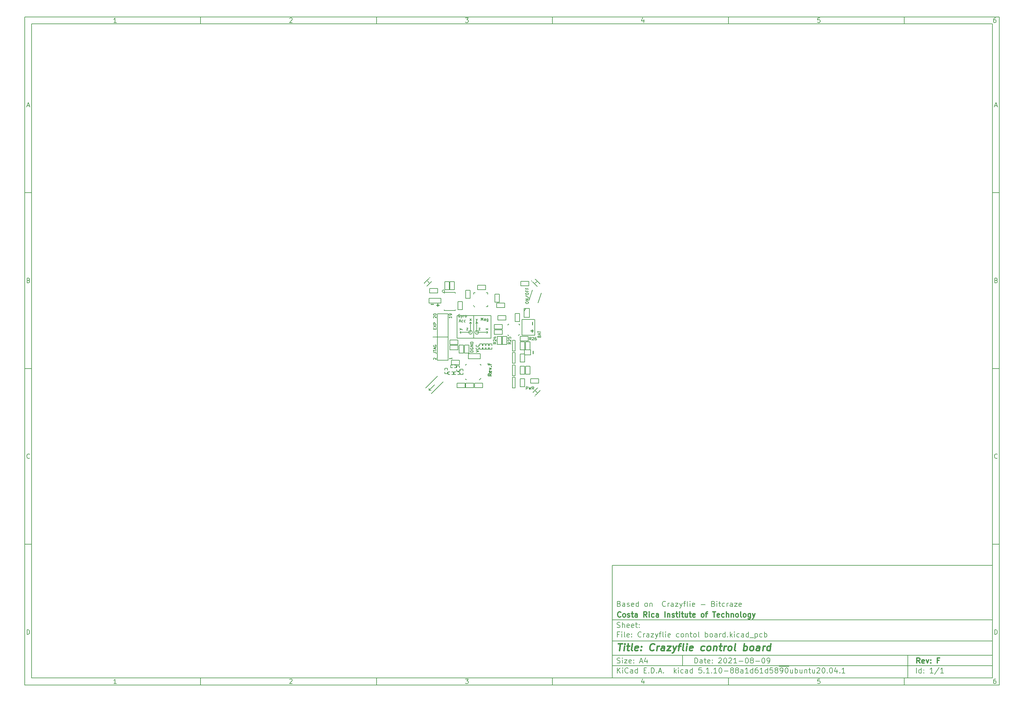
<source format=gto>
%TF.GenerationSoftware,KiCad,Pcbnew,5.1.10-88a1d61d58~90~ubuntu20.04.1*%
%TF.CreationDate,2021-08-22T20:49:50-06:00*%
%TF.ProjectId,Crazyflie contol board,4372617a-7966-46c6-9965-20636f6e746f,F*%
%TF.SameCoordinates,PX85839e8PY6052f5c*%
%TF.FileFunction,Legend,Top*%
%TF.FilePolarity,Positive*%
%FSLAX46Y46*%
G04 Gerber Fmt 4.6, Leading zero omitted, Abs format (unit mm)*
G04 Created by KiCad (PCBNEW 5.1.10-88a1d61d58~90~ubuntu20.04.1) date 2021-08-22 20:49:50*
%MOMM*%
%LPD*%
G01*
G04 APERTURE LIST*
%ADD10C,0.020000*%
%ADD11C,0.150000*%
%ADD12C,0.300000*%
%ADD13C,0.400000*%
%ADD14C,0.250190*%
%ADD15C,0.251460*%
%ADD16C,0.200025*%
%ADD17C,0.200660*%
%ADD18C,0.248920*%
%ADD19C,0.127000*%
G04 APERTURE END LIST*
D10*
D11*
X37002480Y-65004100D02*
X37002480Y-97004100D01*
X145002480Y-97004100D01*
X145002480Y-65004100D01*
X37002480Y-65004100D01*
D10*
D11*
X-129999720Y91003100D02*
X-129999720Y-99004100D01*
X147002480Y-99004100D01*
X147002480Y91003100D01*
X-129999720Y91003100D01*
D10*
D11*
X-127999720Y89003100D02*
X-127999720Y-97004100D01*
X145002480Y-97004100D01*
X145002480Y89003100D01*
X-127999720Y89003100D01*
D10*
D11*
X-79999720Y89003100D02*
X-79999720Y91003100D01*
D10*
D11*
X-29999720Y89003100D02*
X-29999720Y91003100D01*
D10*
D11*
X20000280Y89003100D02*
X20000280Y91003100D01*
D10*
D11*
X70000280Y89003100D02*
X70000280Y91003100D01*
D10*
D11*
X120000280Y89003100D02*
X120000280Y91003100D01*
D10*
D11*
X-103934244Y89415005D02*
X-104677101Y89415005D01*
X-104305673Y89415005D02*
X-104305673Y90715005D01*
X-104429482Y90529291D01*
X-104553292Y90405481D01*
X-104677101Y90343577D01*
D10*
D11*
X-54677101Y90591196D02*
X-54615197Y90653100D01*
X-54491387Y90715005D01*
X-54181863Y90715005D01*
X-54058054Y90653100D01*
X-53996149Y90591196D01*
X-53934244Y90467386D01*
X-53934244Y90343577D01*
X-53996149Y90157862D01*
X-54739006Y89415005D01*
X-53934244Y89415005D01*
D10*
D11*
X-4739006Y90715005D02*
X-3934244Y90715005D01*
X-4367578Y90219767D01*
X-4181863Y90219767D01*
X-4058054Y90157862D01*
X-3996149Y90095958D01*
X-3934244Y89972148D01*
X-3934244Y89662624D01*
X-3996149Y89538815D01*
X-4058054Y89476910D01*
X-4181863Y89415005D01*
X-4553292Y89415005D01*
X-4677101Y89476910D01*
X-4739006Y89538815D01*
D10*
D11*
X45941946Y90281672D02*
X45941946Y89415005D01*
X45632422Y90776910D02*
X45322899Y89848339D01*
X46127660Y89848339D01*
D10*
D11*
X96003851Y90715005D02*
X95384803Y90715005D01*
X95322899Y90095958D01*
X95384803Y90157862D01*
X95508613Y90219767D01*
X95818137Y90219767D01*
X95941946Y90157862D01*
X96003851Y90095958D01*
X96065756Y89972148D01*
X96065756Y89662624D01*
X96003851Y89538815D01*
X95941946Y89476910D01*
X95818137Y89415005D01*
X95508613Y89415005D01*
X95384803Y89476910D01*
X95322899Y89538815D01*
D10*
D11*
X145941946Y90715005D02*
X145694327Y90715005D01*
X145570518Y90653100D01*
X145508613Y90591196D01*
X145384803Y90405481D01*
X145322899Y90157862D01*
X145322899Y89662624D01*
X145384803Y89538815D01*
X145446708Y89476910D01*
X145570518Y89415005D01*
X145818137Y89415005D01*
X145941946Y89476910D01*
X146003851Y89538815D01*
X146065756Y89662624D01*
X146065756Y89972148D01*
X146003851Y90095958D01*
X145941946Y90157862D01*
X145818137Y90219767D01*
X145570518Y90219767D01*
X145446708Y90157862D01*
X145384803Y90095958D01*
X145322899Y89972148D01*
D10*
D11*
X-79999720Y-97004100D02*
X-79999720Y-99004100D01*
D10*
D11*
X-29999720Y-97004100D02*
X-29999720Y-99004100D01*
D10*
D11*
X20000280Y-97004100D02*
X20000280Y-99004100D01*
D10*
D11*
X70000280Y-97004100D02*
X70000280Y-99004100D01*
D10*
D11*
X120000280Y-97004100D02*
X120000280Y-99004100D01*
D10*
D11*
X-103934244Y-98592195D02*
X-104677101Y-98592195D01*
X-104305673Y-98592195D02*
X-104305673Y-97292195D01*
X-104429482Y-97477909D01*
X-104553292Y-97601719D01*
X-104677101Y-97663623D01*
D10*
D11*
X-54677101Y-97416004D02*
X-54615197Y-97354100D01*
X-54491387Y-97292195D01*
X-54181863Y-97292195D01*
X-54058054Y-97354100D01*
X-53996149Y-97416004D01*
X-53934244Y-97539814D01*
X-53934244Y-97663623D01*
X-53996149Y-97849338D01*
X-54739006Y-98592195D01*
X-53934244Y-98592195D01*
D10*
D11*
X-4739006Y-97292195D02*
X-3934244Y-97292195D01*
X-4367578Y-97787433D01*
X-4181863Y-97787433D01*
X-4058054Y-97849338D01*
X-3996149Y-97911242D01*
X-3934244Y-98035052D01*
X-3934244Y-98344576D01*
X-3996149Y-98468385D01*
X-4058054Y-98530290D01*
X-4181863Y-98592195D01*
X-4553292Y-98592195D01*
X-4677101Y-98530290D01*
X-4739006Y-98468385D01*
D10*
D11*
X45941946Y-97725528D02*
X45941946Y-98592195D01*
X45632422Y-97230290D02*
X45322899Y-98158861D01*
X46127660Y-98158861D01*
D10*
D11*
X96003851Y-97292195D02*
X95384803Y-97292195D01*
X95322899Y-97911242D01*
X95384803Y-97849338D01*
X95508613Y-97787433D01*
X95818137Y-97787433D01*
X95941946Y-97849338D01*
X96003851Y-97911242D01*
X96065756Y-98035052D01*
X96065756Y-98344576D01*
X96003851Y-98468385D01*
X95941946Y-98530290D01*
X95818137Y-98592195D01*
X95508613Y-98592195D01*
X95384803Y-98530290D01*
X95322899Y-98468385D01*
D10*
D11*
X145941946Y-97292195D02*
X145694327Y-97292195D01*
X145570518Y-97354100D01*
X145508613Y-97416004D01*
X145384803Y-97601719D01*
X145322899Y-97849338D01*
X145322899Y-98344576D01*
X145384803Y-98468385D01*
X145446708Y-98530290D01*
X145570518Y-98592195D01*
X145818137Y-98592195D01*
X145941946Y-98530290D01*
X146003851Y-98468385D01*
X146065756Y-98344576D01*
X146065756Y-98035052D01*
X146003851Y-97911242D01*
X145941946Y-97849338D01*
X145818137Y-97787433D01*
X145570518Y-97787433D01*
X145446708Y-97849338D01*
X145384803Y-97911242D01*
X145322899Y-98035052D01*
D10*
D11*
X-129999720Y41003100D02*
X-127999720Y41003100D01*
D10*
D11*
X-129999720Y-8996900D02*
X-127999720Y-8996900D01*
D10*
D11*
X-129999720Y-58996900D02*
X-127999720Y-58996900D01*
D10*
D11*
X-129309244Y65786434D02*
X-128690197Y65786434D01*
X-129433054Y65415005D02*
X-128999720Y66715005D01*
X-128566387Y65415005D01*
D10*
D11*
X-128906863Y16095958D02*
X-128721149Y16034053D01*
X-128659244Y15972148D01*
X-128597340Y15848339D01*
X-128597340Y15662624D01*
X-128659244Y15538815D01*
X-128721149Y15476910D01*
X-128844959Y15415005D01*
X-129340197Y15415005D01*
X-129340197Y16715005D01*
X-128906863Y16715005D01*
X-128783054Y16653100D01*
X-128721149Y16591196D01*
X-128659244Y16467386D01*
X-128659244Y16343577D01*
X-128721149Y16219767D01*
X-128783054Y16157862D01*
X-128906863Y16095958D01*
X-129340197Y16095958D01*
D10*
D11*
X-128597340Y-34461185D02*
X-128659244Y-34523090D01*
X-128844959Y-34584995D01*
X-128968768Y-34584995D01*
X-129154482Y-34523090D01*
X-129278292Y-34399280D01*
X-129340197Y-34275471D01*
X-129402101Y-34027852D01*
X-129402101Y-33842138D01*
X-129340197Y-33594519D01*
X-129278292Y-33470709D01*
X-129154482Y-33346900D01*
X-128968768Y-33284995D01*
X-128844959Y-33284995D01*
X-128659244Y-33346900D01*
X-128597340Y-33408804D01*
D10*
D11*
X-129340197Y-84584995D02*
X-129340197Y-83284995D01*
X-129030673Y-83284995D01*
X-128844959Y-83346900D01*
X-128721149Y-83470709D01*
X-128659244Y-83594519D01*
X-128597340Y-83842138D01*
X-128597340Y-84027852D01*
X-128659244Y-84275471D01*
X-128721149Y-84399280D01*
X-128844959Y-84523090D01*
X-129030673Y-84584995D01*
X-129340197Y-84584995D01*
D10*
D11*
X147002480Y41003100D02*
X145002480Y41003100D01*
D10*
D11*
X147002480Y-8996900D02*
X145002480Y-8996900D01*
D10*
D11*
X147002480Y-58996900D02*
X145002480Y-58996900D01*
D10*
D11*
X145692956Y65786434D02*
X146312003Y65786434D01*
X145569146Y65415005D02*
X146002480Y66715005D01*
X146435813Y65415005D01*
D10*
D11*
X146095337Y16095958D02*
X146281051Y16034053D01*
X146342956Y15972148D01*
X146404860Y15848339D01*
X146404860Y15662624D01*
X146342956Y15538815D01*
X146281051Y15476910D01*
X146157241Y15415005D01*
X145662003Y15415005D01*
X145662003Y16715005D01*
X146095337Y16715005D01*
X146219146Y16653100D01*
X146281051Y16591196D01*
X146342956Y16467386D01*
X146342956Y16343577D01*
X146281051Y16219767D01*
X146219146Y16157862D01*
X146095337Y16095958D01*
X145662003Y16095958D01*
D10*
D11*
X146404860Y-34461185D02*
X146342956Y-34523090D01*
X146157241Y-34584995D01*
X146033432Y-34584995D01*
X145847718Y-34523090D01*
X145723908Y-34399280D01*
X145662003Y-34275471D01*
X145600099Y-34027852D01*
X145600099Y-33842138D01*
X145662003Y-33594519D01*
X145723908Y-33470709D01*
X145847718Y-33346900D01*
X146033432Y-33284995D01*
X146157241Y-33284995D01*
X146342956Y-33346900D01*
X146404860Y-33408804D01*
D10*
D11*
X145662003Y-84584995D02*
X145662003Y-83284995D01*
X145971527Y-83284995D01*
X146157241Y-83346900D01*
X146281051Y-83470709D01*
X146342956Y-83594519D01*
X146404860Y-83842138D01*
X146404860Y-84027852D01*
X146342956Y-84275471D01*
X146281051Y-84399280D01*
X146157241Y-84523090D01*
X145971527Y-84584995D01*
X145662003Y-84584995D01*
D10*
D11*
X60434622Y-92782671D02*
X60434622Y-91282671D01*
X60791765Y-91282671D01*
X61006051Y-91354100D01*
X61148908Y-91496957D01*
X61220337Y-91639814D01*
X61291765Y-91925528D01*
X61291765Y-92139814D01*
X61220337Y-92425528D01*
X61148908Y-92568385D01*
X61006051Y-92711242D01*
X60791765Y-92782671D01*
X60434622Y-92782671D01*
X62577480Y-92782671D02*
X62577480Y-91996957D01*
X62506051Y-91854100D01*
X62363194Y-91782671D01*
X62077480Y-91782671D01*
X61934622Y-91854100D01*
X62577480Y-92711242D02*
X62434622Y-92782671D01*
X62077480Y-92782671D01*
X61934622Y-92711242D01*
X61863194Y-92568385D01*
X61863194Y-92425528D01*
X61934622Y-92282671D01*
X62077480Y-92211242D01*
X62434622Y-92211242D01*
X62577480Y-92139814D01*
X63077480Y-91782671D02*
X63648908Y-91782671D01*
X63291765Y-91282671D02*
X63291765Y-92568385D01*
X63363194Y-92711242D01*
X63506051Y-92782671D01*
X63648908Y-92782671D01*
X64720337Y-92711242D02*
X64577480Y-92782671D01*
X64291765Y-92782671D01*
X64148908Y-92711242D01*
X64077480Y-92568385D01*
X64077480Y-91996957D01*
X64148908Y-91854100D01*
X64291765Y-91782671D01*
X64577480Y-91782671D01*
X64720337Y-91854100D01*
X64791765Y-91996957D01*
X64791765Y-92139814D01*
X64077480Y-92282671D01*
X65434622Y-92639814D02*
X65506051Y-92711242D01*
X65434622Y-92782671D01*
X65363194Y-92711242D01*
X65434622Y-92639814D01*
X65434622Y-92782671D01*
X65434622Y-91854100D02*
X65506051Y-91925528D01*
X65434622Y-91996957D01*
X65363194Y-91925528D01*
X65434622Y-91854100D01*
X65434622Y-91996957D01*
X67220337Y-91425528D02*
X67291765Y-91354100D01*
X67434622Y-91282671D01*
X67791765Y-91282671D01*
X67934622Y-91354100D01*
X68006051Y-91425528D01*
X68077480Y-91568385D01*
X68077480Y-91711242D01*
X68006051Y-91925528D01*
X67148908Y-92782671D01*
X68077480Y-92782671D01*
X69006051Y-91282671D02*
X69148908Y-91282671D01*
X69291765Y-91354100D01*
X69363194Y-91425528D01*
X69434622Y-91568385D01*
X69506051Y-91854100D01*
X69506051Y-92211242D01*
X69434622Y-92496957D01*
X69363194Y-92639814D01*
X69291765Y-92711242D01*
X69148908Y-92782671D01*
X69006051Y-92782671D01*
X68863194Y-92711242D01*
X68791765Y-92639814D01*
X68720337Y-92496957D01*
X68648908Y-92211242D01*
X68648908Y-91854100D01*
X68720337Y-91568385D01*
X68791765Y-91425528D01*
X68863194Y-91354100D01*
X69006051Y-91282671D01*
X70077480Y-91425528D02*
X70148908Y-91354100D01*
X70291765Y-91282671D01*
X70648908Y-91282671D01*
X70791765Y-91354100D01*
X70863194Y-91425528D01*
X70934622Y-91568385D01*
X70934622Y-91711242D01*
X70863194Y-91925528D01*
X70006051Y-92782671D01*
X70934622Y-92782671D01*
X72363194Y-92782671D02*
X71506051Y-92782671D01*
X71934622Y-92782671D02*
X71934622Y-91282671D01*
X71791765Y-91496957D01*
X71648908Y-91639814D01*
X71506051Y-91711242D01*
X73006051Y-92211242D02*
X74148908Y-92211242D01*
X75148908Y-91282671D02*
X75291765Y-91282671D01*
X75434622Y-91354100D01*
X75506051Y-91425528D01*
X75577480Y-91568385D01*
X75648908Y-91854100D01*
X75648908Y-92211242D01*
X75577480Y-92496957D01*
X75506051Y-92639814D01*
X75434622Y-92711242D01*
X75291765Y-92782671D01*
X75148908Y-92782671D01*
X75006051Y-92711242D01*
X74934622Y-92639814D01*
X74863194Y-92496957D01*
X74791765Y-92211242D01*
X74791765Y-91854100D01*
X74863194Y-91568385D01*
X74934622Y-91425528D01*
X75006051Y-91354100D01*
X75148908Y-91282671D01*
X76506051Y-91925528D02*
X76363194Y-91854100D01*
X76291765Y-91782671D01*
X76220337Y-91639814D01*
X76220337Y-91568385D01*
X76291765Y-91425528D01*
X76363194Y-91354100D01*
X76506051Y-91282671D01*
X76791765Y-91282671D01*
X76934622Y-91354100D01*
X77006051Y-91425528D01*
X77077480Y-91568385D01*
X77077480Y-91639814D01*
X77006051Y-91782671D01*
X76934622Y-91854100D01*
X76791765Y-91925528D01*
X76506051Y-91925528D01*
X76363194Y-91996957D01*
X76291765Y-92068385D01*
X76220337Y-92211242D01*
X76220337Y-92496957D01*
X76291765Y-92639814D01*
X76363194Y-92711242D01*
X76506051Y-92782671D01*
X76791765Y-92782671D01*
X76934622Y-92711242D01*
X77006051Y-92639814D01*
X77077480Y-92496957D01*
X77077480Y-92211242D01*
X77006051Y-92068385D01*
X76934622Y-91996957D01*
X76791765Y-91925528D01*
X77720337Y-92211242D02*
X78863194Y-92211242D01*
X79863194Y-91282671D02*
X80006051Y-91282671D01*
X80148908Y-91354100D01*
X80220337Y-91425528D01*
X80291765Y-91568385D01*
X80363194Y-91854100D01*
X80363194Y-92211242D01*
X80291765Y-92496957D01*
X80220337Y-92639814D01*
X80148908Y-92711242D01*
X80006051Y-92782671D01*
X79863194Y-92782671D01*
X79720337Y-92711242D01*
X79648908Y-92639814D01*
X79577480Y-92496957D01*
X79506051Y-92211242D01*
X79506051Y-91854100D01*
X79577480Y-91568385D01*
X79648908Y-91425528D01*
X79720337Y-91354100D01*
X79863194Y-91282671D01*
X81077480Y-92782671D02*
X81363194Y-92782671D01*
X81506051Y-92711242D01*
X81577480Y-92639814D01*
X81720337Y-92425528D01*
X81791765Y-92139814D01*
X81791765Y-91568385D01*
X81720337Y-91425528D01*
X81648908Y-91354100D01*
X81506051Y-91282671D01*
X81220337Y-91282671D01*
X81077480Y-91354100D01*
X81006051Y-91425528D01*
X80934622Y-91568385D01*
X80934622Y-91925528D01*
X81006051Y-92068385D01*
X81077480Y-92139814D01*
X81220337Y-92211242D01*
X81506051Y-92211242D01*
X81648908Y-92139814D01*
X81720337Y-92068385D01*
X81791765Y-91925528D01*
D10*
D11*
X37002480Y-93504100D02*
X145002480Y-93504100D01*
D10*
D11*
X38434622Y-95582671D02*
X38434622Y-94082671D01*
X39291765Y-95582671D02*
X38648908Y-94725528D01*
X39291765Y-94082671D02*
X38434622Y-94939814D01*
X39934622Y-95582671D02*
X39934622Y-94582671D01*
X39934622Y-94082671D02*
X39863194Y-94154100D01*
X39934622Y-94225528D01*
X40006051Y-94154100D01*
X39934622Y-94082671D01*
X39934622Y-94225528D01*
X41506051Y-95439814D02*
X41434622Y-95511242D01*
X41220337Y-95582671D01*
X41077480Y-95582671D01*
X40863194Y-95511242D01*
X40720337Y-95368385D01*
X40648908Y-95225528D01*
X40577480Y-94939814D01*
X40577480Y-94725528D01*
X40648908Y-94439814D01*
X40720337Y-94296957D01*
X40863194Y-94154100D01*
X41077480Y-94082671D01*
X41220337Y-94082671D01*
X41434622Y-94154100D01*
X41506051Y-94225528D01*
X42791765Y-95582671D02*
X42791765Y-94796957D01*
X42720337Y-94654100D01*
X42577480Y-94582671D01*
X42291765Y-94582671D01*
X42148908Y-94654100D01*
X42791765Y-95511242D02*
X42648908Y-95582671D01*
X42291765Y-95582671D01*
X42148908Y-95511242D01*
X42077480Y-95368385D01*
X42077480Y-95225528D01*
X42148908Y-95082671D01*
X42291765Y-95011242D01*
X42648908Y-95011242D01*
X42791765Y-94939814D01*
X44148908Y-95582671D02*
X44148908Y-94082671D01*
X44148908Y-95511242D02*
X44006051Y-95582671D01*
X43720337Y-95582671D01*
X43577480Y-95511242D01*
X43506051Y-95439814D01*
X43434622Y-95296957D01*
X43434622Y-94868385D01*
X43506051Y-94725528D01*
X43577480Y-94654100D01*
X43720337Y-94582671D01*
X44006051Y-94582671D01*
X44148908Y-94654100D01*
X46006051Y-94796957D02*
X46506051Y-94796957D01*
X46720337Y-95582671D02*
X46006051Y-95582671D01*
X46006051Y-94082671D01*
X46720337Y-94082671D01*
X47363194Y-95439814D02*
X47434622Y-95511242D01*
X47363194Y-95582671D01*
X47291765Y-95511242D01*
X47363194Y-95439814D01*
X47363194Y-95582671D01*
X48077480Y-95582671D02*
X48077480Y-94082671D01*
X48434622Y-94082671D01*
X48648908Y-94154100D01*
X48791765Y-94296957D01*
X48863194Y-94439814D01*
X48934622Y-94725528D01*
X48934622Y-94939814D01*
X48863194Y-95225528D01*
X48791765Y-95368385D01*
X48648908Y-95511242D01*
X48434622Y-95582671D01*
X48077480Y-95582671D01*
X49577480Y-95439814D02*
X49648908Y-95511242D01*
X49577480Y-95582671D01*
X49506051Y-95511242D01*
X49577480Y-95439814D01*
X49577480Y-95582671D01*
X50220337Y-95154100D02*
X50934622Y-95154100D01*
X50077480Y-95582671D02*
X50577480Y-94082671D01*
X51077480Y-95582671D01*
X51577480Y-95439814D02*
X51648908Y-95511242D01*
X51577480Y-95582671D01*
X51506051Y-95511242D01*
X51577480Y-95439814D01*
X51577480Y-95582671D01*
X54577480Y-95582671D02*
X54577480Y-94082671D01*
X54720337Y-95011242D02*
X55148908Y-95582671D01*
X55148908Y-94582671D02*
X54577480Y-95154100D01*
X55791765Y-95582671D02*
X55791765Y-94582671D01*
X55791765Y-94082671D02*
X55720337Y-94154100D01*
X55791765Y-94225528D01*
X55863194Y-94154100D01*
X55791765Y-94082671D01*
X55791765Y-94225528D01*
X57148908Y-95511242D02*
X57006051Y-95582671D01*
X56720337Y-95582671D01*
X56577480Y-95511242D01*
X56506051Y-95439814D01*
X56434622Y-95296957D01*
X56434622Y-94868385D01*
X56506051Y-94725528D01*
X56577480Y-94654100D01*
X56720337Y-94582671D01*
X57006051Y-94582671D01*
X57148908Y-94654100D01*
X58434622Y-95582671D02*
X58434622Y-94796957D01*
X58363194Y-94654100D01*
X58220337Y-94582671D01*
X57934622Y-94582671D01*
X57791765Y-94654100D01*
X58434622Y-95511242D02*
X58291765Y-95582671D01*
X57934622Y-95582671D01*
X57791765Y-95511242D01*
X57720337Y-95368385D01*
X57720337Y-95225528D01*
X57791765Y-95082671D01*
X57934622Y-95011242D01*
X58291765Y-95011242D01*
X58434622Y-94939814D01*
X59791765Y-95582671D02*
X59791765Y-94082671D01*
X59791765Y-95511242D02*
X59648908Y-95582671D01*
X59363194Y-95582671D01*
X59220337Y-95511242D01*
X59148908Y-95439814D01*
X59077480Y-95296957D01*
X59077480Y-94868385D01*
X59148908Y-94725528D01*
X59220337Y-94654100D01*
X59363194Y-94582671D01*
X59648908Y-94582671D01*
X59791765Y-94654100D01*
X62363194Y-94082671D02*
X61648908Y-94082671D01*
X61577480Y-94796957D01*
X61648908Y-94725528D01*
X61791765Y-94654100D01*
X62148908Y-94654100D01*
X62291765Y-94725528D01*
X62363194Y-94796957D01*
X62434622Y-94939814D01*
X62434622Y-95296957D01*
X62363194Y-95439814D01*
X62291765Y-95511242D01*
X62148908Y-95582671D01*
X61791765Y-95582671D01*
X61648908Y-95511242D01*
X61577480Y-95439814D01*
X63077480Y-95439814D02*
X63148908Y-95511242D01*
X63077480Y-95582671D01*
X63006051Y-95511242D01*
X63077480Y-95439814D01*
X63077480Y-95582671D01*
X64577480Y-95582671D02*
X63720337Y-95582671D01*
X64148908Y-95582671D02*
X64148908Y-94082671D01*
X64006051Y-94296957D01*
X63863194Y-94439814D01*
X63720337Y-94511242D01*
X65220337Y-95439814D02*
X65291765Y-95511242D01*
X65220337Y-95582671D01*
X65148908Y-95511242D01*
X65220337Y-95439814D01*
X65220337Y-95582671D01*
X66720337Y-95582671D02*
X65863194Y-95582671D01*
X66291765Y-95582671D02*
X66291765Y-94082671D01*
X66148908Y-94296957D01*
X66006051Y-94439814D01*
X65863194Y-94511242D01*
X67648908Y-94082671D02*
X67791765Y-94082671D01*
X67934622Y-94154100D01*
X68006051Y-94225528D01*
X68077480Y-94368385D01*
X68148908Y-94654100D01*
X68148908Y-95011242D01*
X68077480Y-95296957D01*
X68006051Y-95439814D01*
X67934622Y-95511242D01*
X67791765Y-95582671D01*
X67648908Y-95582671D01*
X67506051Y-95511242D01*
X67434622Y-95439814D01*
X67363194Y-95296957D01*
X67291765Y-95011242D01*
X67291765Y-94654100D01*
X67363194Y-94368385D01*
X67434622Y-94225528D01*
X67506051Y-94154100D01*
X67648908Y-94082671D01*
X68791765Y-95011242D02*
X69934622Y-95011242D01*
X70863194Y-94725528D02*
X70720337Y-94654100D01*
X70648908Y-94582671D01*
X70577480Y-94439814D01*
X70577480Y-94368385D01*
X70648908Y-94225528D01*
X70720337Y-94154100D01*
X70863194Y-94082671D01*
X71148908Y-94082671D01*
X71291765Y-94154100D01*
X71363194Y-94225528D01*
X71434622Y-94368385D01*
X71434622Y-94439814D01*
X71363194Y-94582671D01*
X71291765Y-94654100D01*
X71148908Y-94725528D01*
X70863194Y-94725528D01*
X70720337Y-94796957D01*
X70648908Y-94868385D01*
X70577480Y-95011242D01*
X70577480Y-95296957D01*
X70648908Y-95439814D01*
X70720337Y-95511242D01*
X70863194Y-95582671D01*
X71148908Y-95582671D01*
X71291765Y-95511242D01*
X71363194Y-95439814D01*
X71434622Y-95296957D01*
X71434622Y-95011242D01*
X71363194Y-94868385D01*
X71291765Y-94796957D01*
X71148908Y-94725528D01*
X72291765Y-94725528D02*
X72148908Y-94654100D01*
X72077480Y-94582671D01*
X72006051Y-94439814D01*
X72006051Y-94368385D01*
X72077480Y-94225528D01*
X72148908Y-94154100D01*
X72291765Y-94082671D01*
X72577480Y-94082671D01*
X72720337Y-94154100D01*
X72791765Y-94225528D01*
X72863194Y-94368385D01*
X72863194Y-94439814D01*
X72791765Y-94582671D01*
X72720337Y-94654100D01*
X72577480Y-94725528D01*
X72291765Y-94725528D01*
X72148908Y-94796957D01*
X72077480Y-94868385D01*
X72006051Y-95011242D01*
X72006051Y-95296957D01*
X72077480Y-95439814D01*
X72148908Y-95511242D01*
X72291765Y-95582671D01*
X72577480Y-95582671D01*
X72720337Y-95511242D01*
X72791765Y-95439814D01*
X72863194Y-95296957D01*
X72863194Y-95011242D01*
X72791765Y-94868385D01*
X72720337Y-94796957D01*
X72577480Y-94725528D01*
X74148908Y-95582671D02*
X74148908Y-94796957D01*
X74077480Y-94654100D01*
X73934622Y-94582671D01*
X73648908Y-94582671D01*
X73506051Y-94654100D01*
X74148908Y-95511242D02*
X74006051Y-95582671D01*
X73648908Y-95582671D01*
X73506051Y-95511242D01*
X73434622Y-95368385D01*
X73434622Y-95225528D01*
X73506051Y-95082671D01*
X73648908Y-95011242D01*
X74006051Y-95011242D01*
X74148908Y-94939814D01*
X75648908Y-95582671D02*
X74791765Y-95582671D01*
X75220337Y-95582671D02*
X75220337Y-94082671D01*
X75077480Y-94296957D01*
X74934622Y-94439814D01*
X74791765Y-94511242D01*
X76934622Y-95582671D02*
X76934622Y-94082671D01*
X76934622Y-95511242D02*
X76791765Y-95582671D01*
X76506051Y-95582671D01*
X76363194Y-95511242D01*
X76291765Y-95439814D01*
X76220337Y-95296957D01*
X76220337Y-94868385D01*
X76291765Y-94725528D01*
X76363194Y-94654100D01*
X76506051Y-94582671D01*
X76791765Y-94582671D01*
X76934622Y-94654100D01*
X78291765Y-94082671D02*
X78006051Y-94082671D01*
X77863194Y-94154100D01*
X77791765Y-94225528D01*
X77648908Y-94439814D01*
X77577480Y-94725528D01*
X77577480Y-95296957D01*
X77648908Y-95439814D01*
X77720337Y-95511242D01*
X77863194Y-95582671D01*
X78148908Y-95582671D01*
X78291765Y-95511242D01*
X78363194Y-95439814D01*
X78434622Y-95296957D01*
X78434622Y-94939814D01*
X78363194Y-94796957D01*
X78291765Y-94725528D01*
X78148908Y-94654100D01*
X77863194Y-94654100D01*
X77720337Y-94725528D01*
X77648908Y-94796957D01*
X77577480Y-94939814D01*
X79863194Y-95582671D02*
X79006051Y-95582671D01*
X79434622Y-95582671D02*
X79434622Y-94082671D01*
X79291765Y-94296957D01*
X79148908Y-94439814D01*
X79006051Y-94511242D01*
X81148908Y-95582671D02*
X81148908Y-94082671D01*
X81148908Y-95511242D02*
X81006051Y-95582671D01*
X80720337Y-95582671D01*
X80577480Y-95511242D01*
X80506051Y-95439814D01*
X80434622Y-95296957D01*
X80434622Y-94868385D01*
X80506051Y-94725528D01*
X80577480Y-94654100D01*
X80720337Y-94582671D01*
X81006051Y-94582671D01*
X81148908Y-94654100D01*
X82577480Y-94082671D02*
X81863194Y-94082671D01*
X81791765Y-94796957D01*
X81863194Y-94725528D01*
X82006051Y-94654100D01*
X82363194Y-94654100D01*
X82506051Y-94725528D01*
X82577480Y-94796957D01*
X82648908Y-94939814D01*
X82648908Y-95296957D01*
X82577480Y-95439814D01*
X82506051Y-95511242D01*
X82363194Y-95582671D01*
X82006051Y-95582671D01*
X81863194Y-95511242D01*
X81791765Y-95439814D01*
X83506051Y-94725528D02*
X83363194Y-94654100D01*
X83291765Y-94582671D01*
X83220337Y-94439814D01*
X83220337Y-94368385D01*
X83291765Y-94225528D01*
X83363194Y-94154100D01*
X83506051Y-94082671D01*
X83791765Y-94082671D01*
X83934622Y-94154100D01*
X84006051Y-94225528D01*
X84077480Y-94368385D01*
X84077480Y-94439814D01*
X84006051Y-94582671D01*
X83934622Y-94654100D01*
X83791765Y-94725528D01*
X83506051Y-94725528D01*
X83363194Y-94796957D01*
X83291765Y-94868385D01*
X83220337Y-95011242D01*
X83220337Y-95296957D01*
X83291765Y-95439814D01*
X83363194Y-95511242D01*
X83506051Y-95582671D01*
X83791765Y-95582671D01*
X83934622Y-95511242D01*
X84006051Y-95439814D01*
X84077480Y-95296957D01*
X84077480Y-95011242D01*
X84006051Y-94868385D01*
X83934622Y-94796957D01*
X83791765Y-94725528D01*
X84363194Y-93674100D02*
X85791765Y-93674100D01*
X84791765Y-95582671D02*
X85077480Y-95582671D01*
X85220337Y-95511242D01*
X85291765Y-95439814D01*
X85434622Y-95225528D01*
X85506051Y-94939814D01*
X85506051Y-94368385D01*
X85434622Y-94225528D01*
X85363194Y-94154100D01*
X85220337Y-94082671D01*
X84934622Y-94082671D01*
X84791765Y-94154100D01*
X84720337Y-94225528D01*
X84648908Y-94368385D01*
X84648908Y-94725528D01*
X84720337Y-94868385D01*
X84791765Y-94939814D01*
X84934622Y-95011242D01*
X85220337Y-95011242D01*
X85363194Y-94939814D01*
X85434622Y-94868385D01*
X85506051Y-94725528D01*
X85791765Y-93674100D02*
X87220337Y-93674100D01*
X86434622Y-94082671D02*
X86577479Y-94082671D01*
X86720337Y-94154100D01*
X86791765Y-94225528D01*
X86863194Y-94368385D01*
X86934622Y-94654100D01*
X86934622Y-95011242D01*
X86863194Y-95296957D01*
X86791765Y-95439814D01*
X86720337Y-95511242D01*
X86577479Y-95582671D01*
X86434622Y-95582671D01*
X86291765Y-95511242D01*
X86220337Y-95439814D01*
X86148908Y-95296957D01*
X86077479Y-95011242D01*
X86077479Y-94654100D01*
X86148908Y-94368385D01*
X86220337Y-94225528D01*
X86291765Y-94154100D01*
X86434622Y-94082671D01*
X88220337Y-94582671D02*
X88220337Y-95582671D01*
X87577479Y-94582671D02*
X87577479Y-95368385D01*
X87648908Y-95511242D01*
X87791765Y-95582671D01*
X88006051Y-95582671D01*
X88148908Y-95511242D01*
X88220337Y-95439814D01*
X88934622Y-95582671D02*
X88934622Y-94082671D01*
X88934622Y-94654100D02*
X89077479Y-94582671D01*
X89363194Y-94582671D01*
X89506051Y-94654100D01*
X89577479Y-94725528D01*
X89648908Y-94868385D01*
X89648908Y-95296957D01*
X89577479Y-95439814D01*
X89506051Y-95511242D01*
X89363194Y-95582671D01*
X89077479Y-95582671D01*
X88934622Y-95511242D01*
X90934622Y-94582671D02*
X90934622Y-95582671D01*
X90291765Y-94582671D02*
X90291765Y-95368385D01*
X90363194Y-95511242D01*
X90506051Y-95582671D01*
X90720337Y-95582671D01*
X90863194Y-95511242D01*
X90934622Y-95439814D01*
X91648908Y-94582671D02*
X91648908Y-95582671D01*
X91648908Y-94725528D02*
X91720337Y-94654100D01*
X91863194Y-94582671D01*
X92077479Y-94582671D01*
X92220337Y-94654100D01*
X92291765Y-94796957D01*
X92291765Y-95582671D01*
X92791765Y-94582671D02*
X93363194Y-94582671D01*
X93006051Y-94082671D02*
X93006051Y-95368385D01*
X93077479Y-95511242D01*
X93220337Y-95582671D01*
X93363194Y-95582671D01*
X94506051Y-94582671D02*
X94506051Y-95582671D01*
X93863194Y-94582671D02*
X93863194Y-95368385D01*
X93934622Y-95511242D01*
X94077480Y-95582671D01*
X94291765Y-95582671D01*
X94434622Y-95511242D01*
X94506051Y-95439814D01*
X95148908Y-94225528D02*
X95220337Y-94154100D01*
X95363194Y-94082671D01*
X95720337Y-94082671D01*
X95863194Y-94154100D01*
X95934622Y-94225528D01*
X96006051Y-94368385D01*
X96006051Y-94511242D01*
X95934622Y-94725528D01*
X95077480Y-95582671D01*
X96006051Y-95582671D01*
X96934622Y-94082671D02*
X97077479Y-94082671D01*
X97220337Y-94154100D01*
X97291765Y-94225528D01*
X97363194Y-94368385D01*
X97434622Y-94654100D01*
X97434622Y-95011242D01*
X97363194Y-95296957D01*
X97291765Y-95439814D01*
X97220337Y-95511242D01*
X97077479Y-95582671D01*
X96934622Y-95582671D01*
X96791765Y-95511242D01*
X96720337Y-95439814D01*
X96648908Y-95296957D01*
X96577479Y-95011242D01*
X96577479Y-94654100D01*
X96648908Y-94368385D01*
X96720337Y-94225528D01*
X96791765Y-94154100D01*
X96934622Y-94082671D01*
X98077479Y-95439814D02*
X98148908Y-95511242D01*
X98077479Y-95582671D01*
X98006051Y-95511242D01*
X98077479Y-95439814D01*
X98077479Y-95582671D01*
X99077479Y-94082671D02*
X99220337Y-94082671D01*
X99363194Y-94154100D01*
X99434622Y-94225528D01*
X99506051Y-94368385D01*
X99577479Y-94654100D01*
X99577479Y-95011242D01*
X99506051Y-95296957D01*
X99434622Y-95439814D01*
X99363194Y-95511242D01*
X99220337Y-95582671D01*
X99077479Y-95582671D01*
X98934622Y-95511242D01*
X98863194Y-95439814D01*
X98791765Y-95296957D01*
X98720337Y-95011242D01*
X98720337Y-94654100D01*
X98791765Y-94368385D01*
X98863194Y-94225528D01*
X98934622Y-94154100D01*
X99077479Y-94082671D01*
X100863194Y-94582671D02*
X100863194Y-95582671D01*
X100506051Y-94011242D02*
X100148908Y-95082671D01*
X101077479Y-95082671D01*
X101648908Y-95439814D02*
X101720337Y-95511242D01*
X101648908Y-95582671D01*
X101577479Y-95511242D01*
X101648908Y-95439814D01*
X101648908Y-95582671D01*
X103148908Y-95582671D02*
X102291765Y-95582671D01*
X102720337Y-95582671D02*
X102720337Y-94082671D01*
X102577479Y-94296957D01*
X102434622Y-94439814D01*
X102291765Y-94511242D01*
D10*
D11*
X37002480Y-90504100D02*
X145002480Y-90504100D01*
D10*
D12*
X124411765Y-92782671D02*
X123911765Y-92068385D01*
X123554622Y-92782671D02*
X123554622Y-91282671D01*
X124126051Y-91282671D01*
X124268908Y-91354100D01*
X124340337Y-91425528D01*
X124411765Y-91568385D01*
X124411765Y-91782671D01*
X124340337Y-91925528D01*
X124268908Y-91996957D01*
X124126051Y-92068385D01*
X123554622Y-92068385D01*
X125626051Y-92711242D02*
X125483194Y-92782671D01*
X125197480Y-92782671D01*
X125054622Y-92711242D01*
X124983194Y-92568385D01*
X124983194Y-91996957D01*
X125054622Y-91854100D01*
X125197480Y-91782671D01*
X125483194Y-91782671D01*
X125626051Y-91854100D01*
X125697480Y-91996957D01*
X125697480Y-92139814D01*
X124983194Y-92282671D01*
X126197480Y-91782671D02*
X126554622Y-92782671D01*
X126911765Y-91782671D01*
X127483194Y-92639814D02*
X127554622Y-92711242D01*
X127483194Y-92782671D01*
X127411765Y-92711242D01*
X127483194Y-92639814D01*
X127483194Y-92782671D01*
X127483194Y-91854100D02*
X127554622Y-91925528D01*
X127483194Y-91996957D01*
X127411765Y-91925528D01*
X127483194Y-91854100D01*
X127483194Y-91996957D01*
X129840337Y-91996957D02*
X129340337Y-91996957D01*
X129340337Y-92782671D02*
X129340337Y-91282671D01*
X130054622Y-91282671D01*
D10*
D11*
X38363194Y-92711242D02*
X38577480Y-92782671D01*
X38934622Y-92782671D01*
X39077480Y-92711242D01*
X39148908Y-92639814D01*
X39220337Y-92496957D01*
X39220337Y-92354100D01*
X39148908Y-92211242D01*
X39077480Y-92139814D01*
X38934622Y-92068385D01*
X38648908Y-91996957D01*
X38506051Y-91925528D01*
X38434622Y-91854100D01*
X38363194Y-91711242D01*
X38363194Y-91568385D01*
X38434622Y-91425528D01*
X38506051Y-91354100D01*
X38648908Y-91282671D01*
X39006051Y-91282671D01*
X39220337Y-91354100D01*
X39863194Y-92782671D02*
X39863194Y-91782671D01*
X39863194Y-91282671D02*
X39791765Y-91354100D01*
X39863194Y-91425528D01*
X39934622Y-91354100D01*
X39863194Y-91282671D01*
X39863194Y-91425528D01*
X40434622Y-91782671D02*
X41220337Y-91782671D01*
X40434622Y-92782671D01*
X41220337Y-92782671D01*
X42363194Y-92711242D02*
X42220337Y-92782671D01*
X41934622Y-92782671D01*
X41791765Y-92711242D01*
X41720337Y-92568385D01*
X41720337Y-91996957D01*
X41791765Y-91854100D01*
X41934622Y-91782671D01*
X42220337Y-91782671D01*
X42363194Y-91854100D01*
X42434622Y-91996957D01*
X42434622Y-92139814D01*
X41720337Y-92282671D01*
X43077480Y-92639814D02*
X43148908Y-92711242D01*
X43077480Y-92782671D01*
X43006051Y-92711242D01*
X43077480Y-92639814D01*
X43077480Y-92782671D01*
X43077480Y-91854100D02*
X43148908Y-91925528D01*
X43077480Y-91996957D01*
X43006051Y-91925528D01*
X43077480Y-91854100D01*
X43077480Y-91996957D01*
X44863194Y-92354100D02*
X45577480Y-92354100D01*
X44720337Y-92782671D02*
X45220337Y-91282671D01*
X45720337Y-92782671D01*
X46863194Y-91782671D02*
X46863194Y-92782671D01*
X46506051Y-91211242D02*
X46148908Y-92282671D01*
X47077480Y-92282671D01*
D10*
D11*
X123434622Y-95582671D02*
X123434622Y-94082671D01*
X124791765Y-95582671D02*
X124791765Y-94082671D01*
X124791765Y-95511242D02*
X124648908Y-95582671D01*
X124363194Y-95582671D01*
X124220337Y-95511242D01*
X124148908Y-95439814D01*
X124077480Y-95296957D01*
X124077480Y-94868385D01*
X124148908Y-94725528D01*
X124220337Y-94654100D01*
X124363194Y-94582671D01*
X124648908Y-94582671D01*
X124791765Y-94654100D01*
X125506051Y-95439814D02*
X125577480Y-95511242D01*
X125506051Y-95582671D01*
X125434622Y-95511242D01*
X125506051Y-95439814D01*
X125506051Y-95582671D01*
X125506051Y-94654100D02*
X125577480Y-94725528D01*
X125506051Y-94796957D01*
X125434622Y-94725528D01*
X125506051Y-94654100D01*
X125506051Y-94796957D01*
X128148908Y-95582671D02*
X127291765Y-95582671D01*
X127720337Y-95582671D02*
X127720337Y-94082671D01*
X127577480Y-94296957D01*
X127434622Y-94439814D01*
X127291765Y-94511242D01*
X129863194Y-94011242D02*
X128577480Y-95939814D01*
X131148908Y-95582671D02*
X130291765Y-95582671D01*
X130720337Y-95582671D02*
X130720337Y-94082671D01*
X130577480Y-94296957D01*
X130434622Y-94439814D01*
X130291765Y-94511242D01*
D10*
D11*
X37002480Y-86504100D02*
X145002480Y-86504100D01*
D10*
D13*
X38714860Y-87208861D02*
X39857718Y-87208861D01*
X39036289Y-89208861D02*
X39286289Y-87208861D01*
X40274384Y-89208861D02*
X40441051Y-87875528D01*
X40524384Y-87208861D02*
X40417241Y-87304100D01*
X40500575Y-87399338D01*
X40607718Y-87304100D01*
X40524384Y-87208861D01*
X40500575Y-87399338D01*
X41107718Y-87875528D02*
X41869622Y-87875528D01*
X41476765Y-87208861D02*
X41262480Y-88923147D01*
X41333908Y-89113623D01*
X41512480Y-89208861D01*
X41702956Y-89208861D01*
X42655337Y-89208861D02*
X42476765Y-89113623D01*
X42405337Y-88923147D01*
X42619622Y-87208861D01*
X44191051Y-89113623D02*
X43988670Y-89208861D01*
X43607718Y-89208861D01*
X43429146Y-89113623D01*
X43357718Y-88923147D01*
X43452956Y-88161242D01*
X43572003Y-87970766D01*
X43774384Y-87875528D01*
X44155337Y-87875528D01*
X44333908Y-87970766D01*
X44405337Y-88161242D01*
X44381527Y-88351719D01*
X43405337Y-88542195D01*
X45155337Y-89018385D02*
X45238670Y-89113623D01*
X45131527Y-89208861D01*
X45048194Y-89113623D01*
X45155337Y-89018385D01*
X45131527Y-89208861D01*
X45286289Y-87970766D02*
X45369622Y-88066004D01*
X45262480Y-88161242D01*
X45179146Y-88066004D01*
X45286289Y-87970766D01*
X45262480Y-88161242D01*
X48774384Y-89018385D02*
X48667241Y-89113623D01*
X48369622Y-89208861D01*
X48179146Y-89208861D01*
X47905337Y-89113623D01*
X47738670Y-88923147D01*
X47667241Y-88732671D01*
X47619622Y-88351719D01*
X47655337Y-88066004D01*
X47798194Y-87685052D01*
X47917241Y-87494576D01*
X48131527Y-87304100D01*
X48429146Y-87208861D01*
X48619622Y-87208861D01*
X48893432Y-87304100D01*
X48976765Y-87399338D01*
X49607718Y-89208861D02*
X49774384Y-87875528D01*
X49726765Y-88256480D02*
X49845813Y-88066004D01*
X49952956Y-87970766D01*
X50155337Y-87875528D01*
X50345813Y-87875528D01*
X51702956Y-89208861D02*
X51833908Y-88161242D01*
X51762480Y-87970766D01*
X51583908Y-87875528D01*
X51202956Y-87875528D01*
X51000575Y-87970766D01*
X51714860Y-89113623D02*
X51512480Y-89208861D01*
X51036289Y-89208861D01*
X50857718Y-89113623D01*
X50786289Y-88923147D01*
X50810099Y-88732671D01*
X50929146Y-88542195D01*
X51131527Y-88446957D01*
X51607718Y-88446957D01*
X51810099Y-88351719D01*
X52631527Y-87875528D02*
X53679146Y-87875528D01*
X52464860Y-89208861D01*
X53512480Y-89208861D01*
X54250575Y-87875528D02*
X54560099Y-89208861D01*
X55202956Y-87875528D02*
X54560099Y-89208861D01*
X54310099Y-89685052D01*
X54202956Y-89780290D01*
X54000575Y-89875528D01*
X55679146Y-87875528D02*
X56441051Y-87875528D01*
X55798194Y-89208861D02*
X56012480Y-87494576D01*
X56131527Y-87304100D01*
X56333908Y-87208861D01*
X56524384Y-87208861D01*
X57226765Y-89208861D02*
X57048194Y-89113623D01*
X56976765Y-88923147D01*
X57191051Y-87208861D01*
X57988670Y-89208861D02*
X58155337Y-87875528D01*
X58238670Y-87208861D02*
X58131527Y-87304100D01*
X58214860Y-87399338D01*
X58322003Y-87304100D01*
X58238670Y-87208861D01*
X58214860Y-87399338D01*
X59714860Y-89113623D02*
X59512480Y-89208861D01*
X59131527Y-89208861D01*
X58952956Y-89113623D01*
X58881527Y-88923147D01*
X58976765Y-88161242D01*
X59095813Y-87970766D01*
X59298194Y-87875528D01*
X59679146Y-87875528D01*
X59857718Y-87970766D01*
X59929146Y-88161242D01*
X59905337Y-88351719D01*
X58929146Y-88542195D01*
X63048194Y-89113623D02*
X62845813Y-89208861D01*
X62464860Y-89208861D01*
X62286289Y-89113623D01*
X62202956Y-89018385D01*
X62131527Y-88827909D01*
X62202956Y-88256480D01*
X62322003Y-88066004D01*
X62429146Y-87970766D01*
X62631527Y-87875528D01*
X63012480Y-87875528D01*
X63191051Y-87970766D01*
X64179146Y-89208861D02*
X64000575Y-89113623D01*
X63917241Y-89018385D01*
X63845813Y-88827909D01*
X63917241Y-88256480D01*
X64036289Y-88066004D01*
X64143432Y-87970766D01*
X64345813Y-87875528D01*
X64631527Y-87875528D01*
X64810099Y-87970766D01*
X64893432Y-88066004D01*
X64964860Y-88256480D01*
X64893432Y-88827909D01*
X64774384Y-89018385D01*
X64667241Y-89113623D01*
X64464860Y-89208861D01*
X64179146Y-89208861D01*
X65869622Y-87875528D02*
X65702956Y-89208861D01*
X65845813Y-88066004D02*
X65952956Y-87970766D01*
X66155337Y-87875528D01*
X66441051Y-87875528D01*
X66619622Y-87970766D01*
X66691051Y-88161242D01*
X66560099Y-89208861D01*
X67393432Y-87875528D02*
X68155337Y-87875528D01*
X67762480Y-87208861D02*
X67548194Y-88923147D01*
X67619622Y-89113623D01*
X67798194Y-89208861D01*
X67988670Y-89208861D01*
X68655337Y-89208861D02*
X68822003Y-87875528D01*
X68774384Y-88256480D02*
X68893432Y-88066004D01*
X69000575Y-87970766D01*
X69202956Y-87875528D01*
X69393432Y-87875528D01*
X70179146Y-89208861D02*
X70000575Y-89113623D01*
X69917241Y-89018385D01*
X69845813Y-88827909D01*
X69917241Y-88256480D01*
X70036289Y-88066004D01*
X70143432Y-87970766D01*
X70345813Y-87875528D01*
X70631527Y-87875528D01*
X70810099Y-87970766D01*
X70893432Y-88066004D01*
X70964860Y-88256480D01*
X70893432Y-88827909D01*
X70774384Y-89018385D01*
X70667241Y-89113623D01*
X70464860Y-89208861D01*
X70179146Y-89208861D01*
X71988670Y-89208861D02*
X71810099Y-89113623D01*
X71738670Y-88923147D01*
X71952956Y-87208861D01*
X74274384Y-89208861D02*
X74524384Y-87208861D01*
X74429146Y-87970766D02*
X74631527Y-87875528D01*
X75012480Y-87875528D01*
X75191051Y-87970766D01*
X75274384Y-88066004D01*
X75345813Y-88256480D01*
X75274384Y-88827909D01*
X75155337Y-89018385D01*
X75048194Y-89113623D01*
X74845813Y-89208861D01*
X74464860Y-89208861D01*
X74286289Y-89113623D01*
X76369622Y-89208861D02*
X76191051Y-89113623D01*
X76107718Y-89018385D01*
X76036289Y-88827909D01*
X76107718Y-88256480D01*
X76226765Y-88066004D01*
X76333908Y-87970766D01*
X76536289Y-87875528D01*
X76822003Y-87875528D01*
X77000575Y-87970766D01*
X77083908Y-88066004D01*
X77155337Y-88256480D01*
X77083908Y-88827909D01*
X76964860Y-89018385D01*
X76857718Y-89113623D01*
X76655337Y-89208861D01*
X76369622Y-89208861D01*
X78750575Y-89208861D02*
X78881527Y-88161242D01*
X78810099Y-87970766D01*
X78631527Y-87875528D01*
X78250575Y-87875528D01*
X78048194Y-87970766D01*
X78762480Y-89113623D02*
X78560099Y-89208861D01*
X78083908Y-89208861D01*
X77905337Y-89113623D01*
X77833908Y-88923147D01*
X77857718Y-88732671D01*
X77976765Y-88542195D01*
X78179146Y-88446957D01*
X78655337Y-88446957D01*
X78857718Y-88351719D01*
X79702956Y-89208861D02*
X79869622Y-87875528D01*
X79822003Y-88256480D02*
X79941051Y-88066004D01*
X80048194Y-87970766D01*
X80250575Y-87875528D01*
X80441051Y-87875528D01*
X81798194Y-89208861D02*
X82048194Y-87208861D01*
X81810099Y-89113623D02*
X81607718Y-89208861D01*
X81226765Y-89208861D01*
X81048194Y-89113623D01*
X80964860Y-89018385D01*
X80893432Y-88827909D01*
X80964860Y-88256480D01*
X81083908Y-88066004D01*
X81191051Y-87970766D01*
X81393432Y-87875528D01*
X81774384Y-87875528D01*
X81952956Y-87970766D01*
D10*
D11*
X38934622Y-84596957D02*
X38434622Y-84596957D01*
X38434622Y-85382671D02*
X38434622Y-83882671D01*
X39148908Y-83882671D01*
X39720337Y-85382671D02*
X39720337Y-84382671D01*
X39720337Y-83882671D02*
X39648908Y-83954100D01*
X39720337Y-84025528D01*
X39791765Y-83954100D01*
X39720337Y-83882671D01*
X39720337Y-84025528D01*
X40648908Y-85382671D02*
X40506051Y-85311242D01*
X40434622Y-85168385D01*
X40434622Y-83882671D01*
X41791765Y-85311242D02*
X41648908Y-85382671D01*
X41363194Y-85382671D01*
X41220337Y-85311242D01*
X41148908Y-85168385D01*
X41148908Y-84596957D01*
X41220337Y-84454100D01*
X41363194Y-84382671D01*
X41648908Y-84382671D01*
X41791765Y-84454100D01*
X41863194Y-84596957D01*
X41863194Y-84739814D01*
X41148908Y-84882671D01*
X42506051Y-85239814D02*
X42577480Y-85311242D01*
X42506051Y-85382671D01*
X42434622Y-85311242D01*
X42506051Y-85239814D01*
X42506051Y-85382671D01*
X42506051Y-84454100D02*
X42577480Y-84525528D01*
X42506051Y-84596957D01*
X42434622Y-84525528D01*
X42506051Y-84454100D01*
X42506051Y-84596957D01*
X45220337Y-85239814D02*
X45148908Y-85311242D01*
X44934622Y-85382671D01*
X44791765Y-85382671D01*
X44577480Y-85311242D01*
X44434622Y-85168385D01*
X44363194Y-85025528D01*
X44291765Y-84739814D01*
X44291765Y-84525528D01*
X44363194Y-84239814D01*
X44434622Y-84096957D01*
X44577480Y-83954100D01*
X44791765Y-83882671D01*
X44934622Y-83882671D01*
X45148908Y-83954100D01*
X45220337Y-84025528D01*
X45863194Y-85382671D02*
X45863194Y-84382671D01*
X45863194Y-84668385D02*
X45934622Y-84525528D01*
X46006051Y-84454100D01*
X46148908Y-84382671D01*
X46291765Y-84382671D01*
X47434622Y-85382671D02*
X47434622Y-84596957D01*
X47363194Y-84454100D01*
X47220337Y-84382671D01*
X46934622Y-84382671D01*
X46791765Y-84454100D01*
X47434622Y-85311242D02*
X47291765Y-85382671D01*
X46934622Y-85382671D01*
X46791765Y-85311242D01*
X46720337Y-85168385D01*
X46720337Y-85025528D01*
X46791765Y-84882671D01*
X46934622Y-84811242D01*
X47291765Y-84811242D01*
X47434622Y-84739814D01*
X48006051Y-84382671D02*
X48791765Y-84382671D01*
X48006051Y-85382671D01*
X48791765Y-85382671D01*
X49220337Y-84382671D02*
X49577480Y-85382671D01*
X49934622Y-84382671D02*
X49577480Y-85382671D01*
X49434622Y-85739814D01*
X49363194Y-85811242D01*
X49220337Y-85882671D01*
X50291765Y-84382671D02*
X50863194Y-84382671D01*
X50506051Y-85382671D02*
X50506051Y-84096957D01*
X50577480Y-83954100D01*
X50720337Y-83882671D01*
X50863194Y-83882671D01*
X51577480Y-85382671D02*
X51434622Y-85311242D01*
X51363194Y-85168385D01*
X51363194Y-83882671D01*
X52148908Y-85382671D02*
X52148908Y-84382671D01*
X52148908Y-83882671D02*
X52077480Y-83954100D01*
X52148908Y-84025528D01*
X52220337Y-83954100D01*
X52148908Y-83882671D01*
X52148908Y-84025528D01*
X53434622Y-85311242D02*
X53291765Y-85382671D01*
X53006051Y-85382671D01*
X52863194Y-85311242D01*
X52791765Y-85168385D01*
X52791765Y-84596957D01*
X52863194Y-84454100D01*
X53006051Y-84382671D01*
X53291765Y-84382671D01*
X53434622Y-84454100D01*
X53506051Y-84596957D01*
X53506051Y-84739814D01*
X52791765Y-84882671D01*
X55934622Y-85311242D02*
X55791765Y-85382671D01*
X55506051Y-85382671D01*
X55363194Y-85311242D01*
X55291765Y-85239814D01*
X55220337Y-85096957D01*
X55220337Y-84668385D01*
X55291765Y-84525528D01*
X55363194Y-84454100D01*
X55506051Y-84382671D01*
X55791765Y-84382671D01*
X55934622Y-84454100D01*
X56791765Y-85382671D02*
X56648908Y-85311242D01*
X56577480Y-85239814D01*
X56506051Y-85096957D01*
X56506051Y-84668385D01*
X56577480Y-84525528D01*
X56648908Y-84454100D01*
X56791765Y-84382671D01*
X57006051Y-84382671D01*
X57148908Y-84454100D01*
X57220337Y-84525528D01*
X57291765Y-84668385D01*
X57291765Y-85096957D01*
X57220337Y-85239814D01*
X57148908Y-85311242D01*
X57006051Y-85382671D01*
X56791765Y-85382671D01*
X57934622Y-84382671D02*
X57934622Y-85382671D01*
X57934622Y-84525528D02*
X58006051Y-84454100D01*
X58148908Y-84382671D01*
X58363194Y-84382671D01*
X58506051Y-84454100D01*
X58577480Y-84596957D01*
X58577480Y-85382671D01*
X59077480Y-84382671D02*
X59648908Y-84382671D01*
X59291765Y-83882671D02*
X59291765Y-85168385D01*
X59363194Y-85311242D01*
X59506051Y-85382671D01*
X59648908Y-85382671D01*
X60363194Y-85382671D02*
X60220337Y-85311242D01*
X60148908Y-85239814D01*
X60077480Y-85096957D01*
X60077480Y-84668385D01*
X60148908Y-84525528D01*
X60220337Y-84454100D01*
X60363194Y-84382671D01*
X60577480Y-84382671D01*
X60720337Y-84454100D01*
X60791765Y-84525528D01*
X60863194Y-84668385D01*
X60863194Y-85096957D01*
X60791765Y-85239814D01*
X60720337Y-85311242D01*
X60577480Y-85382671D01*
X60363194Y-85382671D01*
X61720337Y-85382671D02*
X61577480Y-85311242D01*
X61506051Y-85168385D01*
X61506051Y-83882671D01*
X63434622Y-85382671D02*
X63434622Y-83882671D01*
X63434622Y-84454100D02*
X63577480Y-84382671D01*
X63863194Y-84382671D01*
X64006051Y-84454100D01*
X64077480Y-84525528D01*
X64148908Y-84668385D01*
X64148908Y-85096957D01*
X64077480Y-85239814D01*
X64006051Y-85311242D01*
X63863194Y-85382671D01*
X63577480Y-85382671D01*
X63434622Y-85311242D01*
X65006051Y-85382671D02*
X64863194Y-85311242D01*
X64791765Y-85239814D01*
X64720337Y-85096957D01*
X64720337Y-84668385D01*
X64791765Y-84525528D01*
X64863194Y-84454100D01*
X65006051Y-84382671D01*
X65220337Y-84382671D01*
X65363194Y-84454100D01*
X65434622Y-84525528D01*
X65506051Y-84668385D01*
X65506051Y-85096957D01*
X65434622Y-85239814D01*
X65363194Y-85311242D01*
X65220337Y-85382671D01*
X65006051Y-85382671D01*
X66791765Y-85382671D02*
X66791765Y-84596957D01*
X66720337Y-84454100D01*
X66577480Y-84382671D01*
X66291765Y-84382671D01*
X66148908Y-84454100D01*
X66791765Y-85311242D02*
X66648908Y-85382671D01*
X66291765Y-85382671D01*
X66148908Y-85311242D01*
X66077480Y-85168385D01*
X66077480Y-85025528D01*
X66148908Y-84882671D01*
X66291765Y-84811242D01*
X66648908Y-84811242D01*
X66791765Y-84739814D01*
X67506051Y-85382671D02*
X67506051Y-84382671D01*
X67506051Y-84668385D02*
X67577480Y-84525528D01*
X67648908Y-84454100D01*
X67791765Y-84382671D01*
X67934622Y-84382671D01*
X69077480Y-85382671D02*
X69077480Y-83882671D01*
X69077480Y-85311242D02*
X68934622Y-85382671D01*
X68648908Y-85382671D01*
X68506051Y-85311242D01*
X68434622Y-85239814D01*
X68363194Y-85096957D01*
X68363194Y-84668385D01*
X68434622Y-84525528D01*
X68506051Y-84454100D01*
X68648908Y-84382671D01*
X68934622Y-84382671D01*
X69077480Y-84454100D01*
X69791765Y-85239814D02*
X69863194Y-85311242D01*
X69791765Y-85382671D01*
X69720337Y-85311242D01*
X69791765Y-85239814D01*
X69791765Y-85382671D01*
X70506051Y-85382671D02*
X70506051Y-83882671D01*
X70648908Y-84811242D02*
X71077480Y-85382671D01*
X71077480Y-84382671D02*
X70506051Y-84954100D01*
X71720337Y-85382671D02*
X71720337Y-84382671D01*
X71720337Y-83882671D02*
X71648908Y-83954100D01*
X71720337Y-84025528D01*
X71791765Y-83954100D01*
X71720337Y-83882671D01*
X71720337Y-84025528D01*
X73077480Y-85311242D02*
X72934622Y-85382671D01*
X72648908Y-85382671D01*
X72506051Y-85311242D01*
X72434622Y-85239814D01*
X72363194Y-85096957D01*
X72363194Y-84668385D01*
X72434622Y-84525528D01*
X72506051Y-84454100D01*
X72648908Y-84382671D01*
X72934622Y-84382671D01*
X73077480Y-84454100D01*
X74363194Y-85382671D02*
X74363194Y-84596957D01*
X74291765Y-84454100D01*
X74148908Y-84382671D01*
X73863194Y-84382671D01*
X73720337Y-84454100D01*
X74363194Y-85311242D02*
X74220337Y-85382671D01*
X73863194Y-85382671D01*
X73720337Y-85311242D01*
X73648908Y-85168385D01*
X73648908Y-85025528D01*
X73720337Y-84882671D01*
X73863194Y-84811242D01*
X74220337Y-84811242D01*
X74363194Y-84739814D01*
X75720337Y-85382671D02*
X75720337Y-83882671D01*
X75720337Y-85311242D02*
X75577480Y-85382671D01*
X75291765Y-85382671D01*
X75148908Y-85311242D01*
X75077480Y-85239814D01*
X75006051Y-85096957D01*
X75006051Y-84668385D01*
X75077480Y-84525528D01*
X75148908Y-84454100D01*
X75291765Y-84382671D01*
X75577480Y-84382671D01*
X75720337Y-84454100D01*
X76077480Y-85525528D02*
X77220337Y-85525528D01*
X77577480Y-84382671D02*
X77577480Y-85882671D01*
X77577480Y-84454100D02*
X77720337Y-84382671D01*
X78006051Y-84382671D01*
X78148908Y-84454100D01*
X78220337Y-84525528D01*
X78291765Y-84668385D01*
X78291765Y-85096957D01*
X78220337Y-85239814D01*
X78148908Y-85311242D01*
X78006051Y-85382671D01*
X77720337Y-85382671D01*
X77577480Y-85311242D01*
X79577480Y-85311242D02*
X79434622Y-85382671D01*
X79148908Y-85382671D01*
X79006051Y-85311242D01*
X78934622Y-85239814D01*
X78863194Y-85096957D01*
X78863194Y-84668385D01*
X78934622Y-84525528D01*
X79006051Y-84454100D01*
X79148908Y-84382671D01*
X79434622Y-84382671D01*
X79577480Y-84454100D01*
X80220337Y-85382671D02*
X80220337Y-83882671D01*
X80220337Y-84454100D02*
X80363194Y-84382671D01*
X80648908Y-84382671D01*
X80791765Y-84454100D01*
X80863194Y-84525528D01*
X80934622Y-84668385D01*
X80934622Y-85096957D01*
X80863194Y-85239814D01*
X80791765Y-85311242D01*
X80648908Y-85382671D01*
X80363194Y-85382671D01*
X80220337Y-85311242D01*
D10*
D11*
X37002480Y-80504100D02*
X145002480Y-80504100D01*
D10*
D11*
X38363194Y-82611242D02*
X38577480Y-82682671D01*
X38934622Y-82682671D01*
X39077480Y-82611242D01*
X39148908Y-82539814D01*
X39220337Y-82396957D01*
X39220337Y-82254100D01*
X39148908Y-82111242D01*
X39077480Y-82039814D01*
X38934622Y-81968385D01*
X38648908Y-81896957D01*
X38506051Y-81825528D01*
X38434622Y-81754100D01*
X38363194Y-81611242D01*
X38363194Y-81468385D01*
X38434622Y-81325528D01*
X38506051Y-81254100D01*
X38648908Y-81182671D01*
X39006051Y-81182671D01*
X39220337Y-81254100D01*
X39863194Y-82682671D02*
X39863194Y-81182671D01*
X40506051Y-82682671D02*
X40506051Y-81896957D01*
X40434622Y-81754100D01*
X40291765Y-81682671D01*
X40077480Y-81682671D01*
X39934622Y-81754100D01*
X39863194Y-81825528D01*
X41791765Y-82611242D02*
X41648908Y-82682671D01*
X41363194Y-82682671D01*
X41220337Y-82611242D01*
X41148908Y-82468385D01*
X41148908Y-81896957D01*
X41220337Y-81754100D01*
X41363194Y-81682671D01*
X41648908Y-81682671D01*
X41791765Y-81754100D01*
X41863194Y-81896957D01*
X41863194Y-82039814D01*
X41148908Y-82182671D01*
X43077480Y-82611242D02*
X42934622Y-82682671D01*
X42648908Y-82682671D01*
X42506051Y-82611242D01*
X42434622Y-82468385D01*
X42434622Y-81896957D01*
X42506051Y-81754100D01*
X42648908Y-81682671D01*
X42934622Y-81682671D01*
X43077480Y-81754100D01*
X43148908Y-81896957D01*
X43148908Y-82039814D01*
X42434622Y-82182671D01*
X43577480Y-81682671D02*
X44148908Y-81682671D01*
X43791765Y-81182671D02*
X43791765Y-82468385D01*
X43863194Y-82611242D01*
X44006051Y-82682671D01*
X44148908Y-82682671D01*
X44648908Y-82539814D02*
X44720337Y-82611242D01*
X44648908Y-82682671D01*
X44577480Y-82611242D01*
X44648908Y-82539814D01*
X44648908Y-82682671D01*
X44648908Y-81754100D02*
X44720337Y-81825528D01*
X44648908Y-81896957D01*
X44577480Y-81825528D01*
X44648908Y-81754100D01*
X44648908Y-81896957D01*
D10*
D12*
X39411765Y-79539814D02*
X39340337Y-79611242D01*
X39126051Y-79682671D01*
X38983194Y-79682671D01*
X38768908Y-79611242D01*
X38626051Y-79468385D01*
X38554622Y-79325528D01*
X38483194Y-79039814D01*
X38483194Y-78825528D01*
X38554622Y-78539814D01*
X38626051Y-78396957D01*
X38768908Y-78254100D01*
X38983194Y-78182671D01*
X39126051Y-78182671D01*
X39340337Y-78254100D01*
X39411765Y-78325528D01*
X40268908Y-79682671D02*
X40126051Y-79611242D01*
X40054622Y-79539814D01*
X39983194Y-79396957D01*
X39983194Y-78968385D01*
X40054622Y-78825528D01*
X40126051Y-78754100D01*
X40268908Y-78682671D01*
X40483194Y-78682671D01*
X40626051Y-78754100D01*
X40697480Y-78825528D01*
X40768908Y-78968385D01*
X40768908Y-79396957D01*
X40697480Y-79539814D01*
X40626051Y-79611242D01*
X40483194Y-79682671D01*
X40268908Y-79682671D01*
X41340337Y-79611242D02*
X41483194Y-79682671D01*
X41768908Y-79682671D01*
X41911765Y-79611242D01*
X41983194Y-79468385D01*
X41983194Y-79396957D01*
X41911765Y-79254100D01*
X41768908Y-79182671D01*
X41554622Y-79182671D01*
X41411765Y-79111242D01*
X41340337Y-78968385D01*
X41340337Y-78896957D01*
X41411765Y-78754100D01*
X41554622Y-78682671D01*
X41768908Y-78682671D01*
X41911765Y-78754100D01*
X42411765Y-78682671D02*
X42983194Y-78682671D01*
X42626051Y-78182671D02*
X42626051Y-79468385D01*
X42697480Y-79611242D01*
X42840337Y-79682671D01*
X42983194Y-79682671D01*
X44126051Y-79682671D02*
X44126051Y-78896957D01*
X44054622Y-78754100D01*
X43911765Y-78682671D01*
X43626051Y-78682671D01*
X43483194Y-78754100D01*
X44126051Y-79611242D02*
X43983194Y-79682671D01*
X43626051Y-79682671D01*
X43483194Y-79611242D01*
X43411765Y-79468385D01*
X43411765Y-79325528D01*
X43483194Y-79182671D01*
X43626051Y-79111242D01*
X43983194Y-79111242D01*
X44126051Y-79039814D01*
X46840337Y-79682671D02*
X46340337Y-78968385D01*
X45983194Y-79682671D02*
X45983194Y-78182671D01*
X46554622Y-78182671D01*
X46697480Y-78254100D01*
X46768908Y-78325528D01*
X46840337Y-78468385D01*
X46840337Y-78682671D01*
X46768908Y-78825528D01*
X46697480Y-78896957D01*
X46554622Y-78968385D01*
X45983194Y-78968385D01*
X47483194Y-79682671D02*
X47483194Y-78682671D01*
X47483194Y-78182671D02*
X47411765Y-78254100D01*
X47483194Y-78325528D01*
X47554622Y-78254100D01*
X47483194Y-78182671D01*
X47483194Y-78325528D01*
X48840337Y-79611242D02*
X48697480Y-79682671D01*
X48411765Y-79682671D01*
X48268908Y-79611242D01*
X48197480Y-79539814D01*
X48126051Y-79396957D01*
X48126051Y-78968385D01*
X48197480Y-78825528D01*
X48268908Y-78754100D01*
X48411765Y-78682671D01*
X48697480Y-78682671D01*
X48840337Y-78754100D01*
X50126051Y-79682671D02*
X50126051Y-78896957D01*
X50054622Y-78754100D01*
X49911765Y-78682671D01*
X49626051Y-78682671D01*
X49483194Y-78754100D01*
X50126051Y-79611242D02*
X49983194Y-79682671D01*
X49626051Y-79682671D01*
X49483194Y-79611242D01*
X49411765Y-79468385D01*
X49411765Y-79325528D01*
X49483194Y-79182671D01*
X49626051Y-79111242D01*
X49983194Y-79111242D01*
X50126051Y-79039814D01*
X51983194Y-79682671D02*
X51983194Y-78182671D01*
X52697480Y-78682671D02*
X52697480Y-79682671D01*
X52697480Y-78825528D02*
X52768908Y-78754100D01*
X52911765Y-78682671D01*
X53126051Y-78682671D01*
X53268908Y-78754100D01*
X53340337Y-78896957D01*
X53340337Y-79682671D01*
X53983194Y-79611242D02*
X54126051Y-79682671D01*
X54411765Y-79682671D01*
X54554622Y-79611242D01*
X54626051Y-79468385D01*
X54626051Y-79396957D01*
X54554622Y-79254100D01*
X54411765Y-79182671D01*
X54197480Y-79182671D01*
X54054622Y-79111242D01*
X53983194Y-78968385D01*
X53983194Y-78896957D01*
X54054622Y-78754100D01*
X54197480Y-78682671D01*
X54411765Y-78682671D01*
X54554622Y-78754100D01*
X55054622Y-78682671D02*
X55626051Y-78682671D01*
X55268908Y-78182671D02*
X55268908Y-79468385D01*
X55340337Y-79611242D01*
X55483194Y-79682671D01*
X55626051Y-79682671D01*
X56126051Y-79682671D02*
X56126051Y-78682671D01*
X56126051Y-78182671D02*
X56054622Y-78254100D01*
X56126051Y-78325528D01*
X56197480Y-78254100D01*
X56126051Y-78182671D01*
X56126051Y-78325528D01*
X56626051Y-78682671D02*
X57197480Y-78682671D01*
X56840337Y-78182671D02*
X56840337Y-79468385D01*
X56911765Y-79611242D01*
X57054622Y-79682671D01*
X57197480Y-79682671D01*
X58340337Y-78682671D02*
X58340337Y-79682671D01*
X57697480Y-78682671D02*
X57697480Y-79468385D01*
X57768908Y-79611242D01*
X57911765Y-79682671D01*
X58126051Y-79682671D01*
X58268908Y-79611242D01*
X58340337Y-79539814D01*
X58840337Y-78682671D02*
X59411765Y-78682671D01*
X59054622Y-78182671D02*
X59054622Y-79468385D01*
X59126051Y-79611242D01*
X59268908Y-79682671D01*
X59411765Y-79682671D01*
X60483194Y-79611242D02*
X60340337Y-79682671D01*
X60054622Y-79682671D01*
X59911765Y-79611242D01*
X59840337Y-79468385D01*
X59840337Y-78896957D01*
X59911765Y-78754100D01*
X60054622Y-78682671D01*
X60340337Y-78682671D01*
X60483194Y-78754100D01*
X60554622Y-78896957D01*
X60554622Y-79039814D01*
X59840337Y-79182671D01*
X62554622Y-79682671D02*
X62411765Y-79611242D01*
X62340337Y-79539814D01*
X62268908Y-79396957D01*
X62268908Y-78968385D01*
X62340337Y-78825528D01*
X62411765Y-78754100D01*
X62554622Y-78682671D01*
X62768908Y-78682671D01*
X62911765Y-78754100D01*
X62983194Y-78825528D01*
X63054622Y-78968385D01*
X63054622Y-79396957D01*
X62983194Y-79539814D01*
X62911765Y-79611242D01*
X62768908Y-79682671D01*
X62554622Y-79682671D01*
X63483194Y-78682671D02*
X64054622Y-78682671D01*
X63697480Y-79682671D02*
X63697480Y-78396957D01*
X63768908Y-78254100D01*
X63911765Y-78182671D01*
X64054622Y-78182671D01*
X65483194Y-78182671D02*
X66340337Y-78182671D01*
X65911765Y-79682671D02*
X65911765Y-78182671D01*
X67411765Y-79611242D02*
X67268908Y-79682671D01*
X66983194Y-79682671D01*
X66840337Y-79611242D01*
X66768908Y-79468385D01*
X66768908Y-78896957D01*
X66840337Y-78754100D01*
X66983194Y-78682671D01*
X67268908Y-78682671D01*
X67411765Y-78754100D01*
X67483194Y-78896957D01*
X67483194Y-79039814D01*
X66768908Y-79182671D01*
X68768908Y-79611242D02*
X68626051Y-79682671D01*
X68340337Y-79682671D01*
X68197480Y-79611242D01*
X68126051Y-79539814D01*
X68054622Y-79396957D01*
X68054622Y-78968385D01*
X68126051Y-78825528D01*
X68197480Y-78754100D01*
X68340337Y-78682671D01*
X68626051Y-78682671D01*
X68768908Y-78754100D01*
X69411765Y-79682671D02*
X69411765Y-78182671D01*
X70054622Y-79682671D02*
X70054622Y-78896957D01*
X69983194Y-78754100D01*
X69840337Y-78682671D01*
X69626051Y-78682671D01*
X69483194Y-78754100D01*
X69411765Y-78825528D01*
X70768908Y-78682671D02*
X70768908Y-79682671D01*
X70768908Y-78825528D02*
X70840337Y-78754100D01*
X70983194Y-78682671D01*
X71197480Y-78682671D01*
X71340337Y-78754100D01*
X71411765Y-78896957D01*
X71411765Y-79682671D01*
X72340337Y-79682671D02*
X72197480Y-79611242D01*
X72126051Y-79539814D01*
X72054622Y-79396957D01*
X72054622Y-78968385D01*
X72126051Y-78825528D01*
X72197480Y-78754100D01*
X72340337Y-78682671D01*
X72554622Y-78682671D01*
X72697480Y-78754100D01*
X72768908Y-78825528D01*
X72840337Y-78968385D01*
X72840337Y-79396957D01*
X72768908Y-79539814D01*
X72697480Y-79611242D01*
X72554622Y-79682671D01*
X72340337Y-79682671D01*
X73697480Y-79682671D02*
X73554622Y-79611242D01*
X73483194Y-79468385D01*
X73483194Y-78182671D01*
X74483194Y-79682671D02*
X74340337Y-79611242D01*
X74268908Y-79539814D01*
X74197480Y-79396957D01*
X74197480Y-78968385D01*
X74268908Y-78825528D01*
X74340337Y-78754100D01*
X74483194Y-78682671D01*
X74697480Y-78682671D01*
X74840337Y-78754100D01*
X74911765Y-78825528D01*
X74983194Y-78968385D01*
X74983194Y-79396957D01*
X74911765Y-79539814D01*
X74840337Y-79611242D01*
X74697480Y-79682671D01*
X74483194Y-79682671D01*
X76268908Y-78682671D02*
X76268908Y-79896957D01*
X76197480Y-80039814D01*
X76126051Y-80111242D01*
X75983194Y-80182671D01*
X75768908Y-80182671D01*
X75626051Y-80111242D01*
X76268908Y-79611242D02*
X76126051Y-79682671D01*
X75840337Y-79682671D01*
X75697480Y-79611242D01*
X75626051Y-79539814D01*
X75554622Y-79396957D01*
X75554622Y-78968385D01*
X75626051Y-78825528D01*
X75697480Y-78754100D01*
X75840337Y-78682671D01*
X76126051Y-78682671D01*
X76268908Y-78754100D01*
X76840337Y-78682671D02*
X77197480Y-79682671D01*
X77554622Y-78682671D02*
X77197480Y-79682671D01*
X77054622Y-80039814D01*
X76983194Y-80111242D01*
X76840337Y-80182671D01*
D10*
D11*
X38934622Y-75896957D02*
X39148908Y-75968385D01*
X39220337Y-76039814D01*
X39291765Y-76182671D01*
X39291765Y-76396957D01*
X39220337Y-76539814D01*
X39148908Y-76611242D01*
X39006051Y-76682671D01*
X38434622Y-76682671D01*
X38434622Y-75182671D01*
X38934622Y-75182671D01*
X39077480Y-75254100D01*
X39148908Y-75325528D01*
X39220337Y-75468385D01*
X39220337Y-75611242D01*
X39148908Y-75754100D01*
X39077480Y-75825528D01*
X38934622Y-75896957D01*
X38434622Y-75896957D01*
X40577480Y-76682671D02*
X40577480Y-75896957D01*
X40506051Y-75754100D01*
X40363194Y-75682671D01*
X40077480Y-75682671D01*
X39934622Y-75754100D01*
X40577480Y-76611242D02*
X40434622Y-76682671D01*
X40077480Y-76682671D01*
X39934622Y-76611242D01*
X39863194Y-76468385D01*
X39863194Y-76325528D01*
X39934622Y-76182671D01*
X40077480Y-76111242D01*
X40434622Y-76111242D01*
X40577480Y-76039814D01*
X41220337Y-76611242D02*
X41363194Y-76682671D01*
X41648908Y-76682671D01*
X41791765Y-76611242D01*
X41863194Y-76468385D01*
X41863194Y-76396957D01*
X41791765Y-76254100D01*
X41648908Y-76182671D01*
X41434622Y-76182671D01*
X41291765Y-76111242D01*
X41220337Y-75968385D01*
X41220337Y-75896957D01*
X41291765Y-75754100D01*
X41434622Y-75682671D01*
X41648908Y-75682671D01*
X41791765Y-75754100D01*
X43077480Y-76611242D02*
X42934622Y-76682671D01*
X42648908Y-76682671D01*
X42506051Y-76611242D01*
X42434622Y-76468385D01*
X42434622Y-75896957D01*
X42506051Y-75754100D01*
X42648908Y-75682671D01*
X42934622Y-75682671D01*
X43077480Y-75754100D01*
X43148908Y-75896957D01*
X43148908Y-76039814D01*
X42434622Y-76182671D01*
X44434622Y-76682671D02*
X44434622Y-75182671D01*
X44434622Y-76611242D02*
X44291765Y-76682671D01*
X44006051Y-76682671D01*
X43863194Y-76611242D01*
X43791765Y-76539814D01*
X43720337Y-76396957D01*
X43720337Y-75968385D01*
X43791765Y-75825528D01*
X43863194Y-75754100D01*
X44006051Y-75682671D01*
X44291765Y-75682671D01*
X44434622Y-75754100D01*
X46506051Y-76682671D02*
X46363194Y-76611242D01*
X46291765Y-76539814D01*
X46220337Y-76396957D01*
X46220337Y-75968385D01*
X46291765Y-75825528D01*
X46363194Y-75754100D01*
X46506051Y-75682671D01*
X46720337Y-75682671D01*
X46863194Y-75754100D01*
X46934622Y-75825528D01*
X47006051Y-75968385D01*
X47006051Y-76396957D01*
X46934622Y-76539814D01*
X46863194Y-76611242D01*
X46720337Y-76682671D01*
X46506051Y-76682671D01*
X47648908Y-75682671D02*
X47648908Y-76682671D01*
X47648908Y-75825528D02*
X47720337Y-75754100D01*
X47863194Y-75682671D01*
X48077480Y-75682671D01*
X48220337Y-75754100D01*
X48291765Y-75896957D01*
X48291765Y-76682671D01*
X52148908Y-76539814D02*
X52077480Y-76611242D01*
X51863194Y-76682671D01*
X51720337Y-76682671D01*
X51506051Y-76611242D01*
X51363194Y-76468385D01*
X51291765Y-76325528D01*
X51220337Y-76039814D01*
X51220337Y-75825528D01*
X51291765Y-75539814D01*
X51363194Y-75396957D01*
X51506051Y-75254100D01*
X51720337Y-75182671D01*
X51863194Y-75182671D01*
X52077480Y-75254100D01*
X52148908Y-75325528D01*
X52791765Y-76682671D02*
X52791765Y-75682671D01*
X52791765Y-75968385D02*
X52863194Y-75825528D01*
X52934622Y-75754100D01*
X53077480Y-75682671D01*
X53220337Y-75682671D01*
X54363194Y-76682671D02*
X54363194Y-75896957D01*
X54291765Y-75754100D01*
X54148908Y-75682671D01*
X53863194Y-75682671D01*
X53720337Y-75754100D01*
X54363194Y-76611242D02*
X54220337Y-76682671D01*
X53863194Y-76682671D01*
X53720337Y-76611242D01*
X53648908Y-76468385D01*
X53648908Y-76325528D01*
X53720337Y-76182671D01*
X53863194Y-76111242D01*
X54220337Y-76111242D01*
X54363194Y-76039814D01*
X54934622Y-75682671D02*
X55720337Y-75682671D01*
X54934622Y-76682671D01*
X55720337Y-76682671D01*
X56148908Y-75682671D02*
X56506051Y-76682671D01*
X56863194Y-75682671D02*
X56506051Y-76682671D01*
X56363194Y-77039814D01*
X56291765Y-77111242D01*
X56148908Y-77182671D01*
X57220337Y-75682671D02*
X57791765Y-75682671D01*
X57434622Y-76682671D02*
X57434622Y-75396957D01*
X57506051Y-75254100D01*
X57648908Y-75182671D01*
X57791765Y-75182671D01*
X58506051Y-76682671D02*
X58363194Y-76611242D01*
X58291765Y-76468385D01*
X58291765Y-75182671D01*
X59077480Y-76682671D02*
X59077480Y-75682671D01*
X59077480Y-75182671D02*
X59006051Y-75254100D01*
X59077480Y-75325528D01*
X59148908Y-75254100D01*
X59077480Y-75182671D01*
X59077480Y-75325528D01*
X60363194Y-76611242D02*
X60220337Y-76682671D01*
X59934622Y-76682671D01*
X59791765Y-76611242D01*
X59720337Y-76468385D01*
X59720337Y-75896957D01*
X59791765Y-75754100D01*
X59934622Y-75682671D01*
X60220337Y-75682671D01*
X60363194Y-75754100D01*
X60434622Y-75896957D01*
X60434622Y-76039814D01*
X59720337Y-76182671D01*
X62220337Y-76111242D02*
X63363194Y-76111242D01*
X65720337Y-75896957D02*
X65934622Y-75968385D01*
X66006051Y-76039814D01*
X66077480Y-76182671D01*
X66077480Y-76396957D01*
X66006051Y-76539814D01*
X65934622Y-76611242D01*
X65791765Y-76682671D01*
X65220337Y-76682671D01*
X65220337Y-75182671D01*
X65720337Y-75182671D01*
X65863194Y-75254100D01*
X65934622Y-75325528D01*
X66006051Y-75468385D01*
X66006051Y-75611242D01*
X65934622Y-75754100D01*
X65863194Y-75825528D01*
X65720337Y-75896957D01*
X65220337Y-75896957D01*
X66720337Y-76682671D02*
X66720337Y-75682671D01*
X66720337Y-75182671D02*
X66648908Y-75254100D01*
X66720337Y-75325528D01*
X66791765Y-75254100D01*
X66720337Y-75182671D01*
X66720337Y-75325528D01*
X67220337Y-75682671D02*
X67791765Y-75682671D01*
X67434622Y-75182671D02*
X67434622Y-76468385D01*
X67506051Y-76611242D01*
X67648908Y-76682671D01*
X67791765Y-76682671D01*
X68934622Y-76611242D02*
X68791765Y-76682671D01*
X68506051Y-76682671D01*
X68363194Y-76611242D01*
X68291765Y-76539814D01*
X68220337Y-76396957D01*
X68220337Y-75968385D01*
X68291765Y-75825528D01*
X68363194Y-75754100D01*
X68506051Y-75682671D01*
X68791765Y-75682671D01*
X68934622Y-75754100D01*
X69577480Y-76682671D02*
X69577480Y-75682671D01*
X69577480Y-75968385D02*
X69648908Y-75825528D01*
X69720337Y-75754100D01*
X69863194Y-75682671D01*
X70006051Y-75682671D01*
X71148908Y-76682671D02*
X71148908Y-75896957D01*
X71077480Y-75754100D01*
X70934622Y-75682671D01*
X70648908Y-75682671D01*
X70506051Y-75754100D01*
X71148908Y-76611242D02*
X71006051Y-76682671D01*
X70648908Y-76682671D01*
X70506051Y-76611242D01*
X70434622Y-76468385D01*
X70434622Y-76325528D01*
X70506051Y-76182671D01*
X70648908Y-76111242D01*
X71006051Y-76111242D01*
X71148908Y-76039814D01*
X71720337Y-75682671D02*
X72506051Y-75682671D01*
X71720337Y-76682671D01*
X72506051Y-76682671D01*
X73648908Y-76611242D02*
X73506051Y-76682671D01*
X73220337Y-76682671D01*
X73077480Y-76611242D01*
X73006051Y-76468385D01*
X73006051Y-75896957D01*
X73077480Y-75754100D01*
X73220337Y-75682671D01*
X73506051Y-75682671D01*
X73648908Y-75754100D01*
X73720337Y-75896957D01*
X73720337Y-76039814D01*
X73006051Y-76182671D01*
D10*
D11*
X57002480Y-90504100D02*
X57002480Y-93504100D01*
D10*
D11*
X121002480Y-90504100D02*
X121002480Y-97004100D01*
D14*
X2652364Y-10463953D02*
X2175812Y-10797540D01*
X2652364Y-11035816D02*
X1651604Y-11035816D01*
X1651604Y-10654574D01*
X1699260Y-10559263D01*
X1746915Y-10511608D01*
X1842225Y-10463953D01*
X1985191Y-10463953D01*
X2080501Y-10511608D01*
X2128157Y-10559263D01*
X2175812Y-10654574D01*
X2175812Y-11035816D01*
X2604709Y-9653814D02*
X2652364Y-9749124D01*
X2652364Y-9939745D01*
X2604709Y-10035056D01*
X2509399Y-10082711D01*
X2128157Y-10082711D01*
X2032846Y-10035056D01*
X1985191Y-9939745D01*
X1985191Y-9749124D01*
X2032846Y-9653814D01*
X2128157Y-9606159D01*
X2223467Y-9606159D01*
X2318778Y-10082711D01*
X1985191Y-9272572D02*
X2652364Y-9034296D01*
X1985191Y-8796020D01*
X2557054Y-8414778D02*
X2604709Y-8367122D01*
X2652364Y-8414778D01*
X2604709Y-8462433D01*
X2557054Y-8414778D01*
X2652364Y-8414778D01*
X2128157Y-7604639D02*
X2128157Y-7938225D01*
X2652364Y-7938225D02*
X1651604Y-7938225D01*
X1651604Y-7461673D01*
D15*
D14*
X14470742Y-4780521D02*
X14470742Y-4018038D01*
D15*
D16*
X-289560Y4639310D02*
X-289560Y5439410D01*
X-22860Y4867910D01*
X243840Y5439410D01*
X243840Y4639310D01*
X967740Y4639310D02*
X967740Y5058410D01*
X929640Y5134610D01*
X853440Y5172710D01*
X701040Y5172710D01*
X624840Y5134610D01*
X967740Y4677410D02*
X891540Y4639310D01*
X701040Y4639310D01*
X624840Y4677410D01*
X586740Y4753610D01*
X586740Y4829810D01*
X624840Y4906010D01*
X701040Y4944110D01*
X891540Y4944110D01*
X967740Y4982210D01*
X1691640Y5172710D02*
X1691640Y4525010D01*
X1653540Y4448810D01*
X1615440Y4410710D01*
X1539240Y4372610D01*
X1424940Y4372610D01*
X1348740Y4410710D01*
X1691640Y4677410D02*
X1615440Y4639310D01*
X1463040Y4639310D01*
X1386840Y4677410D01*
X1348740Y4715510D01*
X1310640Y4791710D01*
X1310640Y5020310D01*
X1348740Y5096510D01*
X1386840Y5134610D01*
X1463040Y5172710D01*
X1615440Y5172710D01*
X1691640Y5134610D01*
D17*
D16*
X-910590Y2472690D02*
X-491490Y2472690D01*
X-910590Y1939290D01*
X-491490Y1939290D01*
D17*
D16*
X-1691640Y5172710D02*
X-1501140Y4639310D01*
X-1310640Y5172710D02*
X-1501140Y4639310D01*
X-1577340Y4448810D01*
X-1615440Y4410710D01*
X-1691640Y4372610D01*
D17*
D16*
X1662430Y1990090D02*
X1129030Y2409190D01*
X1129030Y1990090D02*
X1662430Y2409190D01*
D17*
X-959485Y1300480D02*
G75*
G03*
X-959485Y1300480I-539115J0D01*
G01*
X1600200Y1300480D02*
X1300480Y1600200D01*
X1600200Y1300480D02*
X1300480Y1000760D01*
X-1498600Y1300480D02*
X1600200Y1300480D01*
X-1498600Y4201160D02*
X-1198880Y3901440D01*
X-1498600Y4201160D02*
X-1798320Y3901440D01*
X-1498600Y4201160D02*
X-1498600Y1300480D01*
X-3299460Y4201160D02*
X-3299460Y1300480D01*
X-3299460Y1300480D02*
X-6299200Y1300480D01*
X-3299460Y4201160D02*
X-3599180Y3901440D01*
X-3599180Y3901440D02*
X-3599180Y3898900D01*
X-3299460Y4201160D02*
X-2999740Y3901440D01*
X-2999740Y3901440D02*
X-2999740Y3898900D01*
X-2760345Y1300480D02*
G75*
G03*
X-2760345Y1300480I-539115J0D01*
G01*
D16*
X-4410710Y2472690D02*
X-3991610Y2472690D01*
X-4410710Y1939290D01*
X-3991610Y1939290D01*
D17*
D16*
X-6305550Y6401435D02*
X-6381750Y6439535D01*
X-6496050Y6439535D01*
X-6610350Y6401435D01*
X-6686550Y6325235D01*
X-6724650Y6249035D01*
X-6762750Y6096635D01*
X-6762750Y5982335D01*
X-6724650Y5829935D01*
X-6686550Y5753735D01*
X-6610350Y5677535D01*
X-6496050Y5639435D01*
X-6419850Y5639435D01*
X-6305550Y5677535D01*
X-6267450Y5715635D01*
X-6267450Y5982335D01*
X-6419850Y5982335D01*
X-6000750Y6172835D02*
X-5810250Y5639435D01*
X-5619750Y6172835D02*
X-5810250Y5639435D01*
X-5886450Y5448935D01*
X-5924550Y5410835D01*
X-6000750Y5372735D01*
X-5314950Y5639435D02*
X-5314950Y6172835D01*
X-5314950Y6020435D02*
X-5276850Y6096635D01*
X-5238750Y6134735D01*
X-5162550Y6172835D01*
X-5086350Y6172835D01*
X-4705350Y5639435D02*
X-4781550Y5677535D01*
X-4819650Y5715635D01*
X-4857750Y5791835D01*
X-4857750Y6020435D01*
X-4819650Y6096635D01*
X-4781550Y6134735D01*
X-4705350Y6172835D01*
X-4591050Y6172835D01*
X-4514850Y6134735D01*
X-4476750Y6096635D01*
X-4438650Y6020435D01*
X-4438650Y5791835D01*
X-4476750Y5715635D01*
X-4514850Y5677535D01*
X-4591050Y5639435D01*
X-4705350Y5639435D01*
D17*
D16*
X-6477000Y4467225D02*
X-6096000Y4467225D01*
X-6553200Y4238625D02*
X-6286500Y5038725D01*
X-6019800Y4238625D01*
X-5410200Y4276725D02*
X-5486400Y4238625D01*
X-5638800Y4238625D01*
X-5715000Y4276725D01*
X-5753100Y4314825D01*
X-5791200Y4391025D01*
X-5791200Y4619625D01*
X-5753100Y4695825D01*
X-5715000Y4733925D01*
X-5638800Y4772025D01*
X-5486400Y4772025D01*
X-5410200Y4733925D01*
X-4724400Y4276725D02*
X-4800600Y4238625D01*
X-4953000Y4238625D01*
X-5029200Y4276725D01*
X-5067300Y4314825D01*
X-5105400Y4391025D01*
X-5105400Y4619625D01*
X-5067300Y4695825D01*
X-5029200Y4733925D01*
X-4953000Y4772025D01*
X-4800600Y4772025D01*
X-4724400Y4733925D01*
D17*
D16*
X-6305550Y6401435D02*
X-6381750Y6439535D01*
X-6496050Y6439535D01*
X-6610350Y6401435D01*
X-6686550Y6325235D01*
X-6724650Y6249035D01*
X-6762750Y6096635D01*
X-6762750Y5982335D01*
X-6724650Y5829935D01*
X-6686550Y5753735D01*
X-6610350Y5677535D01*
X-6496050Y5639435D01*
X-6419850Y5639435D01*
X-6305550Y5677535D01*
X-6267450Y5715635D01*
X-6267450Y5982335D01*
X-6419850Y5982335D01*
X-6000750Y6172835D02*
X-5810250Y5639435D01*
X-5619750Y6172835D02*
X-5810250Y5639435D01*
X-5886450Y5448935D01*
X-5924550Y5410835D01*
X-6000750Y5372735D01*
X-5314950Y5639435D02*
X-5314950Y6172835D01*
X-5314950Y6020435D02*
X-5276850Y6096635D01*
X-5238750Y6134735D01*
X-5162550Y6172835D01*
X-5086350Y6172835D01*
X-4705350Y5639435D02*
X-4781550Y5677535D01*
X-4819650Y5715635D01*
X-4857750Y5791835D01*
X-4857750Y6020435D01*
X-4819650Y6096635D01*
X-4781550Y6134735D01*
X-4705350Y6172835D01*
X-4591050Y6172835D01*
X-4514850Y6134735D01*
X-4476750Y6096635D01*
X-4438650Y6020435D01*
X-4438650Y5791835D01*
X-4476750Y5715635D01*
X-4514850Y5677535D01*
X-4591050Y5639435D01*
X-4705350Y5639435D01*
D17*
D16*
X-6477000Y4467225D02*
X-6096000Y4467225D01*
X-6553200Y4238625D02*
X-6286500Y5038725D01*
X-6019800Y4238625D01*
X-5410200Y4276725D02*
X-5486400Y4238625D01*
X-5638800Y4238625D01*
X-5715000Y4276725D01*
X-5753100Y4314825D01*
X-5791200Y4391025D01*
X-5791200Y4619625D01*
X-5753100Y4695825D01*
X-5715000Y4733925D01*
X-5638800Y4772025D01*
X-5486400Y4772025D01*
X-5410200Y4733925D01*
X-4724400Y4276725D02*
X-4800600Y4238625D01*
X-4953000Y4238625D01*
X-5029200Y4276725D01*
X-5067300Y4314825D01*
X-5105400Y4391025D01*
X-5105400Y4619625D01*
X-5067300Y4695825D01*
X-5029200Y4733925D01*
X-4953000Y4772025D01*
X-4800600Y4772025D01*
X-4724400Y4733925D01*
D17*
D16*
X-4410710Y2472690D02*
X-3991610Y2472690D01*
X-4410710Y1939290D01*
X-3991610Y1939290D01*
D17*
D16*
X-6371590Y2009140D02*
X-5838190Y2199640D01*
X-6371590Y2390140D02*
X-5838190Y2199640D01*
X-5647690Y2123440D01*
X-5609590Y2085340D01*
X-5571490Y2009140D01*
D17*
D16*
X-3509010Y4639310D02*
X-3089910Y5172710D01*
X-3509010Y5172710D02*
X-3089910Y4639310D01*
D17*
X-2760345Y1300480D02*
G75*
G03*
X-2760345Y1300480I-539115J0D01*
G01*
X-2999740Y3901440D02*
X-2999740Y3898900D01*
X-3299460Y4201160D02*
X-2999740Y3901440D01*
X-3599180Y3901440D02*
X-3599180Y3898900D01*
X-3299460Y4201160D02*
X-3599180Y3901440D01*
X-6299200Y1300480D02*
X-5999480Y1000760D01*
X-6299200Y1300480D02*
X-5999480Y1600200D01*
X-3299460Y1300480D02*
X-6299200Y1300480D01*
X-3299460Y4201160D02*
X-3299460Y1300480D01*
X-2400300Y6101080D02*
X-2400300Y-398780D01*
X-7099300Y6101080D02*
X-7099300Y-398780D01*
X2499360Y6101080D02*
X-7099300Y6101080D01*
X2499360Y-398780D02*
X2499360Y6101080D01*
X-7099300Y-398780D02*
X2499360Y-398780D01*
X11998960Y-3700780D02*
X11998960Y-4800600D01*
X13799820Y-3700780D02*
X11998960Y-3700780D01*
X13799820Y-5100320D02*
X13799820Y-3700780D01*
X12199620Y-5100320D02*
X13799820Y-5100320D01*
D14*
X14272622Y3421139D02*
X14272622Y4183622D01*
D15*
D14*
X13819898Y1731918D02*
X14582381Y1731918D01*
X14201140Y1350676D02*
X14201140Y2113160D01*
D15*
D16*
X-2538730Y-4329430D02*
X-3338830Y-4329430D01*
X-3338830Y-4138930D01*
X-3300730Y-4024630D01*
X-3224530Y-3948430D01*
X-3148330Y-3910330D01*
X-2995930Y-3872230D01*
X-2881630Y-3872230D01*
X-2729230Y-3910330D01*
X-2653030Y-3948430D01*
X-2576830Y-4024630D01*
X-2538730Y-4138930D01*
X-2538730Y-4329430D01*
X-3300730Y-3110230D02*
X-3338830Y-3186430D01*
X-3338830Y-3300730D01*
X-3300730Y-3415030D01*
X-3224530Y-3491230D01*
X-3148330Y-3529330D01*
X-2995930Y-3567430D01*
X-2881630Y-3567430D01*
X-2729230Y-3529330D01*
X-2653030Y-3491230D01*
X-2576830Y-3415030D01*
X-2538730Y-3300730D01*
X-2538730Y-3224530D01*
X-2576830Y-3110230D01*
X-2614930Y-3072130D01*
X-2881630Y-3072130D01*
X-2881630Y-3224530D01*
X-2538730Y-2729230D02*
X-3338830Y-2729230D01*
X-2538730Y-2272030D01*
X-3338830Y-2272030D01*
X-2538730Y-1891030D02*
X-3338830Y-1891030D01*
X-3338830Y-1700530D01*
X-3300730Y-1586230D01*
X-3224530Y-1510030D01*
X-3148330Y-1471930D01*
X-2995930Y-1433830D01*
X-2881630Y-1433830D01*
X-2729230Y-1471930D01*
X-2653030Y-1510030D01*
X-2576830Y-1586230D01*
X-2538730Y-1700530D01*
X-2538730Y-1891030D01*
D17*
D16*
X4001770Y-1504950D02*
X3620770Y-1771650D01*
X4001770Y-1962150D02*
X3201670Y-1962150D01*
X3201670Y-1657350D01*
X3239770Y-1581150D01*
X3277870Y-1543050D01*
X3354070Y-1504950D01*
X3468370Y-1504950D01*
X3544570Y-1543050D01*
X3582670Y-1581150D01*
X3620770Y-1657350D01*
X3620770Y-1962150D01*
X3277870Y-1200150D02*
X3239770Y-1162050D01*
X3201670Y-1085850D01*
X3201670Y-895350D01*
X3239770Y-819150D01*
X3277870Y-781050D01*
X3354070Y-742950D01*
X3430270Y-742950D01*
X3544570Y-781050D01*
X4001770Y-1238250D01*
X4001770Y-742950D01*
X3468370Y-57150D02*
X4001770Y-57150D01*
X3163570Y-247650D02*
X3735070Y-438150D01*
X3735070Y57150D01*
D17*
D18*
X-13819899Y9271363D02*
X-14582382Y9271363D01*
X-12982182Y9029338D02*
X-12219699Y9029338D01*
X-12600940Y8648096D02*
X-12600940Y9410580D01*
D16*
X8162290Y-1553210D02*
X7781290Y-1819910D01*
X8162290Y-2010410D02*
X7362190Y-2010410D01*
X7362190Y-1705610D01*
X7400290Y-1629410D01*
X7438390Y-1591310D01*
X7514590Y-1553210D01*
X7628890Y-1553210D01*
X7705090Y-1591310D01*
X7743190Y-1629410D01*
X7781290Y-1705610D01*
X7781290Y-2010410D01*
X7438390Y-1248410D02*
X7400290Y-1210310D01*
X7362190Y-1134110D01*
X7362190Y-943610D01*
X7400290Y-867410D01*
X7438390Y-829310D01*
X7514590Y-791210D01*
X7590790Y-791210D01*
X7705090Y-829310D01*
X8162290Y-1286510D01*
X8162290Y-791210D01*
X7362190Y-67310D02*
X7362190Y-448310D01*
X7743190Y-486410D01*
X7705090Y-448310D01*
X7666990Y-372110D01*
X7666990Y-181610D01*
X7705090Y-105410D01*
X7743190Y-67310D01*
X7819390Y-29210D01*
X8009890Y-29210D01*
X8086090Y-67310D01*
X8124190Y-105410D01*
X8162290Y-181610D01*
X8162290Y-372110D01*
X8124190Y-448310D01*
X8086090Y-486410D01*
D17*
D16*
X-1738630Y-4363720D02*
X-938530Y-4097020D01*
X-1738630Y-3830320D01*
X-1014730Y-3106420D02*
X-976630Y-3144520D01*
X-938530Y-3258820D01*
X-938530Y-3335020D01*
X-976630Y-3449320D01*
X-1052830Y-3525520D01*
X-1129030Y-3563620D01*
X-1281430Y-3601720D01*
X-1395730Y-3601720D01*
X-1548130Y-3563620D01*
X-1624330Y-3525520D01*
X-1700530Y-3449320D01*
X-1738630Y-3335020D01*
X-1738630Y-3258820D01*
X-1700530Y-3144520D01*
X-1662430Y-3106420D01*
X-1014730Y-2306320D02*
X-976630Y-2344420D01*
X-938530Y-2458720D01*
X-938530Y-2534920D01*
X-976630Y-2649220D01*
X-1052830Y-2725420D01*
X-1129030Y-2763520D01*
X-1281430Y-2801620D01*
X-1395730Y-2801620D01*
X-1548130Y-2763520D01*
X-1624330Y-2725420D01*
X-1700530Y-2649220D01*
X-1738630Y-2534920D01*
X-1738630Y-2458720D01*
X-1700530Y-2344420D01*
X-1662430Y-2306320D01*
D17*
D16*
X12522200Y-14972030D02*
X12522200Y-14171930D01*
X12827000Y-14171930D01*
X12903200Y-14210030D01*
X12941300Y-14248130D01*
X12979400Y-14324330D01*
X12979400Y-14438630D01*
X12941300Y-14514830D01*
X12903200Y-14552930D01*
X12827000Y-14591030D01*
X12522200Y-14591030D01*
X13246100Y-14171930D02*
X13436600Y-14972030D01*
X13589000Y-14400530D01*
X13741400Y-14972030D01*
X13931900Y-14171930D01*
X14693900Y-14972030D02*
X14427200Y-14591030D01*
X14236700Y-14972030D02*
X14236700Y-14171930D01*
X14541500Y-14171930D01*
X14617700Y-14210030D01*
X14655800Y-14248130D01*
X14693900Y-14324330D01*
X14693900Y-14438630D01*
X14655800Y-14514830D01*
X14617700Y-14552930D01*
X14541500Y-14591030D01*
X14236700Y-14591030D01*
D17*
D16*
X13915390Y-920750D02*
X13648690Y-539750D01*
X13458190Y-920750D02*
X13458190Y-120650D01*
X13762990Y-120650D01*
X13839190Y-158750D01*
X13877290Y-196850D01*
X13915390Y-273050D01*
X13915390Y-387350D01*
X13877290Y-463550D01*
X13839190Y-501650D01*
X13762990Y-539750D01*
X13458190Y-539750D01*
X14220190Y-196850D02*
X14258290Y-158750D01*
X14334490Y-120650D01*
X14524990Y-120650D01*
X14601190Y-158750D01*
X14639290Y-196850D01*
X14677390Y-273050D01*
X14677390Y-349250D01*
X14639290Y-463550D01*
X14182090Y-920750D01*
X14677390Y-920750D01*
X15363190Y-120650D02*
X15210790Y-120650D01*
X15134590Y-158750D01*
X15096490Y-196850D01*
X15020290Y-311150D01*
X14982190Y-463550D01*
X14982190Y-768350D01*
X15020290Y-844550D01*
X15058390Y-882650D01*
X15134590Y-920750D01*
X15286990Y-920750D01*
X15363190Y-882650D01*
X15401290Y-844550D01*
X15439390Y-768350D01*
X15439390Y-577850D01*
X15401290Y-501650D01*
X15363190Y-463550D01*
X15286990Y-425450D01*
X15134590Y-425450D01*
X15058390Y-463550D01*
X15020290Y-501650D01*
X14982190Y-577850D01*
D17*
D16*
X12360910Y9679940D02*
X12360910Y9832340D01*
X12399010Y9908540D01*
X12475210Y9984740D01*
X12627610Y10022840D01*
X12894310Y10022840D01*
X13046710Y9984740D01*
X13122910Y9908540D01*
X13161010Y9832340D01*
X13161010Y9679940D01*
X13122910Y9603740D01*
X13046710Y9527540D01*
X12894310Y9489440D01*
X12627610Y9489440D01*
X12475210Y9527540D01*
X12399010Y9603740D01*
X12360910Y9679940D01*
X13161010Y10365740D02*
X12360910Y10365740D01*
X13161010Y10822940D01*
X12360910Y10822940D01*
X12322810Y11775440D02*
X13351510Y11089640D01*
X12360910Y12194540D02*
X12360910Y12346940D01*
X12399010Y12423140D01*
X12475210Y12499340D01*
X12627610Y12537440D01*
X12894310Y12537440D01*
X13046710Y12499340D01*
X13122910Y12423140D01*
X13161010Y12346940D01*
X13161010Y12194540D01*
X13122910Y12118340D01*
X13046710Y12042140D01*
X12894310Y12004040D01*
X12627610Y12004040D01*
X12475210Y12042140D01*
X12399010Y12118340D01*
X12360910Y12194540D01*
X12741910Y13147040D02*
X12741910Y12880340D01*
X13161010Y12880340D02*
X12360910Y12880340D01*
X12360910Y13261340D01*
X12741910Y13832840D02*
X12741910Y13566140D01*
X13161010Y13566140D02*
X12360910Y13566140D01*
X12360910Y13947140D01*
D17*
D16*
X-13762990Y5389880D02*
X-13801090Y5427980D01*
X-13839190Y5504180D01*
X-13839190Y5694680D01*
X-13801090Y5770880D01*
X-13762990Y5808980D01*
X-13686790Y5847080D01*
X-13610590Y5847080D01*
X-13496290Y5808980D01*
X-13039090Y5351780D01*
X-13039090Y5847080D01*
X-13839190Y6342380D02*
X-13839190Y6418580D01*
X-13801090Y6494780D01*
X-13762990Y6532880D01*
X-13686790Y6570980D01*
X-13534390Y6609080D01*
X-13343890Y6609080D01*
X-13191490Y6570980D01*
X-13115290Y6532880D01*
X-13077190Y6494780D01*
X-13039090Y6418580D01*
X-13039090Y6342380D01*
X-13077190Y6266180D01*
X-13115290Y6228080D01*
X-13191490Y6189980D01*
X-13343890Y6151880D01*
X-13534390Y6151880D01*
X-13686790Y6189980D01*
X-13762990Y6228080D01*
X-13801090Y6266180D01*
X-13839190Y6342380D01*
D17*
D16*
X-8637270Y5847080D02*
X-8637270Y5389880D01*
X-8637270Y5618480D02*
X-9437370Y5618480D01*
X-9323070Y5542280D01*
X-9246870Y5466080D01*
X-9208770Y5389880D01*
X-8637270Y6228080D02*
X-8637270Y6380480D01*
X-8675370Y6456680D01*
X-8713470Y6494780D01*
X-8827770Y6570980D01*
X-8980170Y6609080D01*
X-9284970Y6609080D01*
X-9361170Y6570980D01*
X-9399270Y6532880D01*
X-9437370Y6456680D01*
X-9437370Y6304280D01*
X-9399270Y6228080D01*
X-9361170Y6189980D01*
X-9284970Y6151880D01*
X-9094470Y6151880D01*
X-9018270Y6189980D01*
X-8980170Y6228080D01*
X-8942070Y6304280D01*
X-8942070Y6456680D01*
X-8980170Y6532880D01*
X-9018270Y6570980D01*
X-9094470Y6609080D01*
D17*
D16*
X-13762990Y-6428740D02*
X-13801090Y-6390640D01*
X-13839190Y-6314440D01*
X-13839190Y-6123940D01*
X-13801090Y-6047740D01*
X-13762990Y-6009640D01*
X-13686790Y-5971540D01*
X-13610590Y-5971540D01*
X-13496290Y-6009640D01*
X-13039090Y-6466840D01*
X-13039090Y-5971540D01*
D17*
D16*
X-8538210Y-5872480D02*
X-8538210Y-6329680D01*
X-8538210Y-6101080D02*
X-9338310Y-6101080D01*
X-9224010Y-6177280D01*
X-9147810Y-6253480D01*
X-9109710Y-6329680D01*
D17*
D16*
X-13458190Y2146300D02*
X-13458190Y2413000D01*
X-13039090Y2527300D02*
X-13039090Y2146300D01*
X-13839190Y2146300D01*
X-13839190Y2527300D01*
X-13839190Y2794000D02*
X-13039090Y3327400D01*
X-13839190Y3327400D02*
X-13039090Y2794000D01*
X-13039090Y3632200D02*
X-13839190Y3632200D01*
X-13839190Y3937000D01*
X-13801090Y4013200D01*
X-13762990Y4051300D01*
X-13686790Y4089400D01*
X-13572490Y4089400D01*
X-13496290Y4051300D01*
X-13458190Y4013200D01*
X-13420090Y3937000D01*
X-13420090Y3632200D01*
D17*
D16*
X-13839190Y-4433570D02*
X-13267690Y-4433570D01*
X-13153390Y-4471670D01*
X-13077190Y-4547870D01*
X-13039090Y-4662170D01*
X-13039090Y-4738370D01*
X-13839190Y-4166870D02*
X-13839190Y-3709670D01*
X-13039090Y-3938270D02*
X-13839190Y-3938270D01*
X-13267690Y-3481070D02*
X-13267690Y-3100070D01*
X-13039090Y-3557270D02*
X-13839190Y-3290570D01*
X-13039090Y-3023870D01*
X-13801090Y-2338070D02*
X-13839190Y-2414270D01*
X-13839190Y-2528570D01*
X-13801090Y-2642870D01*
X-13724890Y-2719070D01*
X-13648690Y-2757170D01*
X-13496290Y-2795270D01*
X-13381990Y-2795270D01*
X-13229590Y-2757170D01*
X-13153390Y-2719070D01*
X-13077190Y-2642870D01*
X-13039090Y-2528570D01*
X-13039090Y-2452370D01*
X-13077190Y-2338070D01*
X-13115290Y-2299970D01*
X-13381990Y-2299970D01*
X-13381990Y-2452370D01*
D17*
X-14000480Y0D02*
X-9700260Y0D01*
D16*
X16242030Y113030D02*
X16280130Y227330D01*
X16318230Y265430D01*
X16394430Y303530D01*
X16508730Y303530D01*
X16584930Y265430D01*
X16623030Y227330D01*
X16661130Y151130D01*
X16661130Y-153670D01*
X15861030Y-153670D01*
X15861030Y113030D01*
X15899130Y189230D01*
X15937230Y227330D01*
X16013430Y265430D01*
X16089630Y265430D01*
X16165830Y227330D01*
X16203930Y189230D01*
X16242030Y113030D01*
X16242030Y-153670D01*
X16432530Y608330D02*
X16432530Y989330D01*
X16661130Y532130D02*
X15861030Y798830D01*
X16661130Y1065530D01*
X15861030Y1217930D02*
X15861030Y1675130D01*
X16661130Y1446530D02*
X15861030Y1446530D01*
D17*
%TO.C,U5*%
X-10800080Y12700000D02*
X-7599680Y12700000D01*
X-7599680Y12700000D02*
X-7599680Y12400280D01*
X-10800080Y12700000D02*
X-10800080Y12400280D01*
X-10800080Y7498080D02*
X-7599680Y7498080D01*
X-7599680Y7498080D02*
X-7599680Y7797800D01*
X-10800080Y7498080D02*
X-10800080Y7797800D01*
X-10648714Y12999720D02*
G75*
G03*
X-10648714Y12999720I-352026J0D01*
G01*
D19*
%TO.C,C24*%
X-5565140Y10043160D02*
X-5565140Y7757160D01*
X-5565140Y7757160D02*
X-6835140Y7757160D01*
X-6835140Y7757160D02*
X-6835140Y10043160D01*
X-6835140Y10043160D02*
X-5565140Y10043160D01*
%TO.C,R37*%
X4457700Y6035040D02*
X6743700Y6035040D01*
X6743700Y6035040D02*
X6743700Y4765040D01*
X6743700Y4765040D02*
X4457700Y4765040D01*
X4457700Y4765040D02*
X4457700Y6035040D01*
%TO.C,R36*%
X3456940Y3535680D02*
X5742940Y3535680D01*
X5742940Y3535680D02*
X5742940Y2265680D01*
X5742940Y2265680D02*
X3456940Y2265680D01*
X3456940Y2265680D02*
X3456940Y3535680D01*
D17*
%TO.C,Y1*%
X-15055480Y-15154540D02*
X-15055480Y-14590580D01*
X-13500100Y-13599160D02*
X-15055480Y-15154540D01*
X-15055480Y-15154540D02*
X-14491520Y-15154540D01*
X-14385553Y-16108244D02*
X-10991016Y-12713707D01*
X-16009184Y-14484613D02*
X-12614647Y-11090076D01*
%TO.C,P8*%
X-15097760Y9601200D02*
X-15097760Y11003280D01*
X-15097760Y11003280D02*
X-11699240Y11003280D01*
X-11699240Y11003280D02*
X-11699240Y9601200D01*
X-11699240Y9601200D02*
X-15097760Y9601200D01*
D19*
%TO.C,R25*%
X5765800Y-2143760D02*
X5765800Y142240D01*
X5765800Y142240D02*
X7035800Y142240D01*
X7035800Y142240D02*
X7035800Y-2143760D01*
X7035800Y-2143760D02*
X5765800Y-2143760D01*
D17*
%TO.C,P5*%
X-3898900Y-6200140D02*
X-3898900Y-4798060D01*
X-3898900Y-4798060D02*
X-500380Y-4798060D01*
X-500380Y-4798060D02*
X-500380Y-6200140D01*
X-500380Y-6200140D02*
X-3898900Y-6200140D01*
D19*
%TO.C,C33*%
X5742940Y764540D02*
X3456940Y764540D01*
X3456940Y764540D02*
X3456940Y2034540D01*
X3456940Y2034540D02*
X5742940Y2034540D01*
X5742940Y2034540D02*
X5742940Y764540D01*
D17*
%TO.C,P6*%
X-12722860Y-6604000D02*
X-12722860Y6604000D01*
X-12722860Y6604000D02*
X-9674860Y6604000D01*
X-9674860Y6604000D02*
X-9674860Y-6604000D01*
X-9674860Y-6604000D02*
X-12722860Y-6604000D01*
D19*
%TO.C,D6*%
X15046198Y15258132D02*
X15541908Y15753842D01*
X14124824Y15895730D02*
G75*
G03*
X14124824Y15895730I-68250J0D01*
G01*
X16425565Y15153961D02*
X15153961Y16425565D01*
X15153961Y16425565D02*
X15082119Y16353723D01*
X16353723Y15082119D02*
X16425565Y15153961D01*
X15717921Y14446317D02*
X15646079Y14374475D01*
X15646079Y14374475D02*
X14374475Y15646079D01*
X14374475Y15646079D02*
X14446317Y15717921D01*
%TO.C,D5*%
X-15541908Y15852902D02*
X-15046198Y15357192D01*
X-14836060Y16842526D02*
G75*
G03*
X-14836060Y16842526I-68250J0D01*
G01*
X-15646079Y14473535D02*
X-14374475Y15745139D01*
X-14374475Y15745139D02*
X-14446317Y15816981D01*
X-15717921Y14545377D02*
X-15646079Y14473535D01*
X-16353723Y15181179D02*
X-16425565Y15253021D01*
X-16425565Y15253021D02*
X-15153961Y16524625D01*
X-15153961Y16524625D02*
X-15082119Y16452783D01*
%TO.C,R11*%
X-5265420Y-2357120D02*
X-5265420Y-4643120D01*
X-5265420Y-4643120D02*
X-6535420Y-4643120D01*
X-6535420Y-4643120D02*
X-6535420Y-2357120D01*
X-6535420Y-2357120D02*
X-5265420Y-2357120D01*
%TO.C,R10*%
X-3764280Y-2357120D02*
X-3764280Y-4643120D01*
X-3764280Y-4643120D02*
X-5034280Y-4643120D01*
X-5034280Y-4643120D02*
X-5034280Y-2357120D01*
X-5034280Y-2357120D02*
X-3764280Y-2357120D01*
%TO.C,R31*%
X10634980Y6642100D02*
X10634980Y4356100D01*
X10634980Y4356100D02*
X9364980Y4356100D01*
X9364980Y4356100D02*
X9364980Y6642100D01*
X9364980Y6642100D02*
X10634980Y6642100D01*
D17*
%TO.C,U2*%
X-751840Y-12199620D02*
X-302260Y-11750040D01*
X-607060Y-7858760D02*
X-358140Y-7858760D01*
X-358140Y-7861300D02*
X-358140Y-8110220D01*
X-4640580Y-8107680D02*
X-4640580Y-7858760D01*
X-4640580Y-7858760D02*
X-4391660Y-7858760D01*
X-4391660Y-12141200D02*
X-4640580Y-12141200D01*
X-4640580Y-12141200D02*
X-4640580Y-11892280D01*
D19*
%TO.C,R1*%
X10866120Y-3642360D02*
X10866120Y-1356360D01*
X10866120Y-1356360D02*
X12136120Y-1356360D01*
X12136120Y-1356360D02*
X12136120Y-3642360D01*
X12136120Y-3642360D02*
X10866120Y-3642360D01*
%TO.C,R2*%
X10866120Y-7142480D02*
X10866120Y-4856480D01*
X10866120Y-4856480D02*
X12136120Y-4856480D01*
X12136120Y-4856480D02*
X12136120Y-7142480D01*
X12136120Y-7142480D02*
X10866120Y-7142480D01*
%TO.C,R3*%
X10866120Y-10642600D02*
X10866120Y-8356600D01*
X10866120Y-8356600D02*
X12136120Y-8356600D01*
X12136120Y-8356600D02*
X12136120Y-10642600D01*
X12136120Y-10642600D02*
X10866120Y-10642600D01*
%TO.C,R4*%
X10866120Y-14142720D02*
X10866120Y-11856720D01*
X10866120Y-11856720D02*
X12136120Y-11856720D01*
X12136120Y-11856720D02*
X12136120Y-14142720D01*
X12136120Y-14142720D02*
X10866120Y-14142720D01*
%TO.C,R5*%
X-14942820Y13733780D02*
X-12656820Y13733780D01*
X-12656820Y13733780D02*
X-12656820Y12463780D01*
X-12656820Y12463780D02*
X-14942820Y12463780D01*
X-14942820Y12463780D02*
X-14942820Y13733780D01*
%TO.C,R6*%
X10957560Y15834360D02*
X13243560Y15834360D01*
X13243560Y15834360D02*
X13243560Y14564360D01*
X13243560Y14564360D02*
X10957560Y14564360D01*
X10957560Y14564360D02*
X10957560Y15834360D01*
%TO.C,R8*%
X-6858000Y-2136140D02*
X-9144000Y-2136140D01*
X-9144000Y-2136140D02*
X-9144000Y-866140D01*
X-9144000Y-866140D02*
X-6858000Y-866140D01*
X-6858000Y-866140D02*
X-6858000Y-2136140D01*
%TO.C,R9*%
X-6858000Y-3634740D02*
X-9144000Y-3634740D01*
X-9144000Y-3634740D02*
X-9144000Y-2364740D01*
X-9144000Y-2364740D02*
X-6858000Y-2364740D01*
X-6858000Y-2364740D02*
X-6858000Y-3634740D01*
%TO.C,R27*%
X12364720Y-3642360D02*
X12364720Y-1356360D01*
X12364720Y-1356360D02*
X13634720Y-1356360D01*
X13634720Y-1356360D02*
X13634720Y-3642360D01*
X13634720Y-3642360D02*
X12364720Y-3642360D01*
%TO.C,R26*%
X13141960Y-1135380D02*
X10855960Y-1135380D01*
X10855960Y-1135380D02*
X10855960Y134620D01*
X10855960Y134620D02*
X13141960Y134620D01*
X13141960Y134620D02*
X13141960Y-1135380D01*
%TO.C,R24*%
X4264660Y-2143760D02*
X4264660Y142240D01*
X4264660Y142240D02*
X5534660Y142240D01*
X5534660Y142240D02*
X5534660Y-2143760D01*
X5534660Y-2143760D02*
X4264660Y-2143760D01*
%TO.C,R22*%
X16042640Y-13134340D02*
X13756640Y-13134340D01*
X13756640Y-13134340D02*
X13756640Y-11864340D01*
X13756640Y-11864340D02*
X16042640Y-11864340D01*
X16042640Y-11864340D02*
X16042640Y-13134340D01*
%TO.C,R12*%
X-4856480Y-14434820D02*
X-7142480Y-14434820D01*
X-7142480Y-14434820D02*
X-7142480Y-13164820D01*
X-7142480Y-13164820D02*
X-4856480Y-13164820D01*
X-4856480Y-13164820D02*
X-4856480Y-14434820D01*
%TO.C,R13*%
X-9364980Y15742920D02*
X-9364980Y13456920D01*
X-9364980Y13456920D02*
X-10634980Y13456920D01*
X-10634980Y13456920D02*
X-10634980Y15742920D01*
X-10634980Y15742920D02*
X-9364980Y15742920D01*
%TO.C,R14*%
X-7863840Y15742920D02*
X-7863840Y13456920D01*
X-7863840Y13456920D02*
X-9133840Y13456920D01*
X-9133840Y13456920D02*
X-9133840Y15742920D01*
X-9133840Y15742920D02*
X-7863840Y15742920D01*
%TO.C,C20*%
X1043940Y13464540D02*
X-1242060Y13464540D01*
X-1242060Y13464540D02*
X-1242060Y14734540D01*
X-1242060Y14734540D02*
X1043940Y14734540D01*
X1043940Y14734540D02*
X1043940Y13464540D01*
%TO.C,C18*%
X3665220Y9857740D02*
X3665220Y12143740D01*
X3665220Y12143740D02*
X4935220Y12143740D01*
X4935220Y12143740D02*
X4935220Y9857740D01*
X4935220Y9857740D02*
X3665220Y9857740D01*
%TO.C,C17*%
X-4635500Y10957560D02*
X-4635500Y13243560D01*
X-4635500Y13243560D02*
X-3365500Y13243560D01*
X-3365500Y13243560D02*
X-3365500Y10957560D01*
X-3365500Y10957560D02*
X-4635500Y10957560D01*
%TO.C,C16*%
X4157980Y9634220D02*
X6443980Y9634220D01*
X6443980Y9634220D02*
X6443980Y8364220D01*
X6443980Y8364220D02*
X4157980Y8364220D01*
X4157980Y8364220D02*
X4157980Y9634220D01*
%TO.C,C15*%
X-2143760Y-13164820D02*
X142240Y-13164820D01*
X142240Y-13164820D02*
X142240Y-14434820D01*
X142240Y-14434820D02*
X-2143760Y-14434820D01*
X-2143760Y-14434820D02*
X-2143760Y-13164820D01*
%TO.C,C13*%
X-2357120Y-14434820D02*
X-4643120Y-14434820D01*
X-4643120Y-14434820D02*
X-4643120Y-13164820D01*
X-4643120Y-13164820D02*
X-2357120Y-13164820D01*
X-2357120Y-13164820D02*
X-2357120Y-14434820D01*
%TO.C,C34*%
X12364720Y-10642600D02*
X12364720Y-8356600D01*
X12364720Y-8356600D02*
X13634720Y-8356600D01*
X13634720Y-8356600D02*
X13634720Y-10642600D01*
X13634720Y-10642600D02*
X12364720Y-10642600D01*
%TO.C,U10*%
X11938000Y7307580D02*
X12446000Y8069580D01*
X11938000Y5529580D02*
X11938000Y8133080D01*
X11938000Y8133080D02*
X13462000Y8133080D01*
X13462000Y8133080D02*
X13462000Y5529580D01*
X13462000Y5529580D02*
X11938000Y5529580D01*
%TO.C,Q4*%
X9382760Y-11475720D02*
X9382760Y-14523720D01*
X9382760Y-14523720D02*
X8620760Y-14523720D01*
X8620760Y-14523720D02*
X8620760Y-11475720D01*
X8620760Y-11475720D02*
X9382760Y-11475720D01*
%TO.C,Q3*%
X9382760Y-7975600D02*
X9382760Y-11023600D01*
X9382760Y-11023600D02*
X8620760Y-11023600D01*
X8620760Y-11023600D02*
X8620760Y-7975600D01*
X8620760Y-7975600D02*
X9382760Y-7975600D01*
%TO.C,Q2*%
X9382760Y-4475480D02*
X9382760Y-7523480D01*
X9382760Y-7523480D02*
X8620760Y-7523480D01*
X8620760Y-7523480D02*
X8620760Y-4475480D01*
X8620760Y-4475480D02*
X9382760Y-4475480D01*
%TO.C,Q1*%
X9382760Y-975360D02*
X9382760Y-4023360D01*
X9382760Y-4023360D02*
X8620760Y-4023360D01*
X8620760Y-4023360D02*
X8620760Y-975360D01*
X8620760Y-975360D02*
X9382760Y-975360D01*
D17*
%TO.C,U8*%
X10347960Y396240D02*
X10650220Y698500D01*
X10393680Y3639820D02*
X10642600Y3639820D01*
X10640060Y3639820D02*
X10640060Y3390900D01*
X7358380Y3390900D02*
X7358380Y3639820D01*
X7355840Y3639820D02*
X7604760Y3639820D01*
X7607300Y358140D02*
X7358380Y358140D01*
X7358380Y355600D02*
X7358380Y604520D01*
%TO.C,U3*%
X-2448560Y8900160D02*
X-2098040Y8549640D01*
X1600200Y8999220D02*
X1600200Y8600440D01*
X1600200Y8600440D02*
X1201420Y8600440D01*
X1201420Y12598400D02*
X1600200Y12598400D01*
X1600200Y12598400D02*
X1600200Y12199620D01*
X-2397760Y12199620D02*
X-2397760Y12598400D01*
X-2397760Y12598400D02*
X-1998980Y12598400D01*
D19*
%TO.C,C9*%
X-9154160Y-9918700D02*
X-9662160Y-9918700D01*
X-9662160Y-9918700D02*
X-9662160Y-10680700D01*
X-9662160Y-10680700D02*
X-9154160Y-10680700D01*
X-8646160Y-9918700D02*
X-8138160Y-9918700D01*
X-8138160Y-9918700D02*
X-8138160Y-10680700D01*
X-8138160Y-10680700D02*
X-8646160Y-10680700D01*
%TO.C,C10*%
X-10581640Y-9954260D02*
X-10581640Y-10462260D01*
X-10581640Y-10462260D02*
X-9819640Y-10462260D01*
X-9819640Y-10462260D02*
X-9819640Y-9954260D01*
X-10581640Y-9446260D02*
X-10581640Y-8938260D01*
X-10581640Y-8938260D02*
X-9819640Y-8938260D01*
X-9819640Y-8938260D02*
X-9819640Y-9446260D01*
%TO.C,C12*%
X-7846060Y-8780780D02*
X-7338060Y-8780780D01*
X-7338060Y-8780780D02*
X-7338060Y-8018780D01*
X-7338060Y-8018780D02*
X-7846060Y-8018780D01*
X-8354060Y-8780780D02*
X-8862060Y-8780780D01*
X-8862060Y-8780780D02*
X-8862060Y-8018780D01*
X-8862060Y-8018780D02*
X-8354060Y-8018780D01*
%TO.C,L1*%
X-7454900Y-9918700D02*
X-7962900Y-9918700D01*
X-7962900Y-9918700D02*
X-7962900Y-10680700D01*
X-7962900Y-10680700D02*
X-7454900Y-10680700D01*
X-6946900Y-9918700D02*
X-6438900Y-9918700D01*
X-6438900Y-9918700D02*
X-6438900Y-10680700D01*
X-6438900Y-10680700D02*
X-6946900Y-10680700D01*
%TO.C,L2*%
X-6179820Y-10154920D02*
X-6179820Y-10662920D01*
X-6179820Y-10662920D02*
X-5417820Y-10662920D01*
X-5417820Y-10662920D02*
X-5417820Y-10154920D01*
X-6179820Y-9646920D02*
X-6179820Y-9138920D01*
X-6179820Y-9138920D02*
X-5417820Y-9138920D01*
X-5417820Y-9138920D02*
X-5417820Y-9646920D01*
%TO.C,L3*%
X-6418580Y-8745220D02*
X-6418580Y-8237220D01*
X-6418580Y-8237220D02*
X-7180580Y-8237220D01*
X-7180580Y-8237220D02*
X-7180580Y-8745220D01*
X-6418580Y-9253220D02*
X-6418580Y-9761220D01*
X-6418580Y-9761220D02*
X-7180580Y-9761220D01*
X-7180580Y-9761220D02*
X-7180580Y-9253220D01*
%TO.C,D7*%
X15640968Y-15852902D02*
X15145258Y-15357192D01*
X15071620Y-16842526D02*
G75*
G03*
X15071620Y-16842526I-68250J0D01*
G01*
X15745139Y-14473535D02*
X14473535Y-15745139D01*
X14473535Y-15745139D02*
X14545377Y-15816981D01*
X15816981Y-14545377D02*
X15745139Y-14473535D01*
X16452783Y-15181179D02*
X16524625Y-15253021D01*
X16524625Y-15253021D02*
X15253021Y-16524625D01*
X15253021Y-16524625D02*
X15181179Y-16452783D01*
%TO.C,C11*%
X-6456680Y-7934960D02*
X-8742680Y-7934960D01*
X-8742680Y-7934960D02*
X-8742680Y-6664960D01*
X-8742680Y-6664960D02*
X-6456680Y-6664960D01*
X-6456680Y-6664960D02*
X-6456680Y-7934960D01*
D17*
%TO.C,BT1*%
X11348720Y452120D02*
X11348720Y4953000D01*
X11348720Y4953000D02*
X14848840Y4953000D01*
X14950440Y4953000D02*
X14950440Y452120D01*
X14848840Y452120D02*
X11348720Y452120D01*
%TO.C,SW1*%
X13399592Y10475321D02*
X14327348Y13330659D01*
X15873252Y9671581D02*
X16801008Y12526919D01*
D19*
%TO.C,R39*%
X2781300Y-2491740D02*
X2781300Y-1983740D01*
X2781300Y-1983740D02*
X2019300Y-1983740D01*
X2019300Y-1983740D02*
X2019300Y-2491740D01*
X2781300Y-2999740D02*
X2781300Y-3507740D01*
X2781300Y-3507740D02*
X2019300Y-3507740D01*
X2019300Y-3507740D02*
X2019300Y-2999740D01*
%TO.C,R40*%
X1882140Y-2491740D02*
X1882140Y-1983740D01*
X1882140Y-1983740D02*
X1120140Y-1983740D01*
X1120140Y-1983740D02*
X1120140Y-2491740D01*
X1882140Y-2999740D02*
X1882140Y-3507740D01*
X1882140Y-3507740D02*
X1120140Y-3507740D01*
X1120140Y-3507740D02*
X1120140Y-2999740D01*
%TO.C,R41*%
X980440Y-2491740D02*
X980440Y-1983740D01*
X980440Y-1983740D02*
X218440Y-1983740D01*
X218440Y-1983740D02*
X218440Y-2491740D01*
X980440Y-2999740D02*
X980440Y-3507740D01*
X980440Y-3507740D02*
X218440Y-3507740D01*
X218440Y-3507740D02*
X218440Y-2999740D01*
%TO.C,R42*%
X81280Y-2491740D02*
X81280Y-1983740D01*
X81280Y-1983740D02*
X-680720Y-1983740D01*
X-680720Y-1983740D02*
X-680720Y-2491740D01*
X81280Y-2999740D02*
X81280Y-3507740D01*
X81280Y-3507740D02*
X-680720Y-3507740D01*
X-680720Y-3507740D02*
X-680720Y-2999740D01*
%TD*%
M02*

</source>
